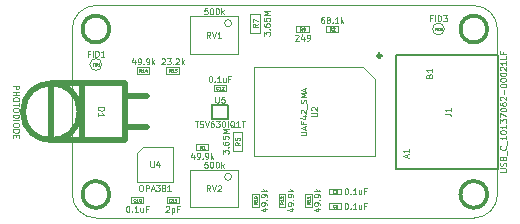
<source format=gbr>
%TF.GenerationSoftware,KiCad,Pcbnew,7.0.1*%
%TF.CreationDate,2023-03-24T10:32:53-04:00*%
%TF.ProjectId,wingbeat_detector,77696e67-6265-4617-945f-646574656374,3.0*%
%TF.SameCoordinates,Original*%
%TF.FileFunction,AssemblyDrawing,Top*%
%FSLAX46Y46*%
G04 Gerber Fmt 4.6, Leading zero omitted, Abs format (unit mm)*
G04 Created by KiCad (PCBNEW 7.0.1) date 2023-03-24 10:32:53*
%MOMM*%
%LPD*%
G01*
G04 APERTURE LIST*
%ADD10C,0.100000*%
%ADD11C,0.125000*%
%ADD12C,0.040000*%
%ADD13C,0.060000*%
%ADD14C,0.300000*%
%ADD15C,0.127000*%
%ADD16C,0.500000*%
G04 APERTURE END LIST*
D10*
X134000000Y-91000000D02*
X166000000Y-91000000D01*
X168000000Y-107000000D02*
X168000000Y-93000000D01*
X132000000Y-107000000D02*
G75*
G03*
X134000000Y-109000000I2000000J0D01*
G01*
X168000000Y-93000000D02*
G75*
G03*
X166000000Y-91000000I-2000000J0D01*
G01*
X134000000Y-109000000D02*
X166000000Y-109000000D01*
X132000000Y-93000000D02*
X132000000Y-107000000D01*
X134000000Y-91000000D02*
G75*
G03*
X132000000Y-93000000I0J-2000000D01*
G01*
X166000000Y-109000000D02*
G75*
G03*
X168000000Y-107000000I0J2000000D01*
G01*
D11*
%TO.C,J1*%
X168231309Y-105083329D02*
X168636071Y-105083329D01*
X168636071Y-105083329D02*
X168683690Y-105059519D01*
X168683690Y-105059519D02*
X168707500Y-105035710D01*
X168707500Y-105035710D02*
X168731309Y-104988091D01*
X168731309Y-104988091D02*
X168731309Y-104892853D01*
X168731309Y-104892853D02*
X168707500Y-104845234D01*
X168707500Y-104845234D02*
X168683690Y-104821424D01*
X168683690Y-104821424D02*
X168636071Y-104797615D01*
X168636071Y-104797615D02*
X168231309Y-104797615D01*
X168707500Y-104583328D02*
X168731309Y-104511900D01*
X168731309Y-104511900D02*
X168731309Y-104392852D01*
X168731309Y-104392852D02*
X168707500Y-104345233D01*
X168707500Y-104345233D02*
X168683690Y-104321424D01*
X168683690Y-104321424D02*
X168636071Y-104297614D01*
X168636071Y-104297614D02*
X168588452Y-104297614D01*
X168588452Y-104297614D02*
X168540833Y-104321424D01*
X168540833Y-104321424D02*
X168517023Y-104345233D01*
X168517023Y-104345233D02*
X168493214Y-104392852D01*
X168493214Y-104392852D02*
X168469404Y-104488090D01*
X168469404Y-104488090D02*
X168445595Y-104535709D01*
X168445595Y-104535709D02*
X168421785Y-104559519D01*
X168421785Y-104559519D02*
X168374166Y-104583328D01*
X168374166Y-104583328D02*
X168326547Y-104583328D01*
X168326547Y-104583328D02*
X168278928Y-104559519D01*
X168278928Y-104559519D02*
X168255119Y-104535709D01*
X168255119Y-104535709D02*
X168231309Y-104488090D01*
X168231309Y-104488090D02*
X168231309Y-104369043D01*
X168231309Y-104369043D02*
X168255119Y-104297614D01*
X168469404Y-103916662D02*
X168493214Y-103845234D01*
X168493214Y-103845234D02*
X168517023Y-103821424D01*
X168517023Y-103821424D02*
X168564642Y-103797615D01*
X168564642Y-103797615D02*
X168636071Y-103797615D01*
X168636071Y-103797615D02*
X168683690Y-103821424D01*
X168683690Y-103821424D02*
X168707500Y-103845234D01*
X168707500Y-103845234D02*
X168731309Y-103892853D01*
X168731309Y-103892853D02*
X168731309Y-104083329D01*
X168731309Y-104083329D02*
X168231309Y-104083329D01*
X168231309Y-104083329D02*
X168231309Y-103916662D01*
X168231309Y-103916662D02*
X168255119Y-103869043D01*
X168255119Y-103869043D02*
X168278928Y-103845234D01*
X168278928Y-103845234D02*
X168326547Y-103821424D01*
X168326547Y-103821424D02*
X168374166Y-103821424D01*
X168374166Y-103821424D02*
X168421785Y-103845234D01*
X168421785Y-103845234D02*
X168445595Y-103869043D01*
X168445595Y-103869043D02*
X168469404Y-103916662D01*
X168469404Y-103916662D02*
X168469404Y-104083329D01*
X168778928Y-103702377D02*
X168778928Y-103321424D01*
X168683690Y-102916663D02*
X168707500Y-102940472D01*
X168707500Y-102940472D02*
X168731309Y-103011901D01*
X168731309Y-103011901D02*
X168731309Y-103059520D01*
X168731309Y-103059520D02*
X168707500Y-103130948D01*
X168707500Y-103130948D02*
X168659880Y-103178567D01*
X168659880Y-103178567D02*
X168612261Y-103202377D01*
X168612261Y-103202377D02*
X168517023Y-103226186D01*
X168517023Y-103226186D02*
X168445595Y-103226186D01*
X168445595Y-103226186D02*
X168350357Y-103202377D01*
X168350357Y-103202377D02*
X168302738Y-103178567D01*
X168302738Y-103178567D02*
X168255119Y-103130948D01*
X168255119Y-103130948D02*
X168231309Y-103059520D01*
X168231309Y-103059520D02*
X168231309Y-103011901D01*
X168231309Y-103011901D02*
X168255119Y-102940472D01*
X168255119Y-102940472D02*
X168278928Y-102916663D01*
X168778928Y-102821425D02*
X168778928Y-102440472D01*
X168731309Y-102059520D02*
X168731309Y-102345234D01*
X168731309Y-102202377D02*
X168231309Y-102202377D01*
X168231309Y-102202377D02*
X168302738Y-102249996D01*
X168302738Y-102249996D02*
X168350357Y-102297615D01*
X168350357Y-102297615D02*
X168374166Y-102345234D01*
X168231309Y-101749997D02*
X168231309Y-101702378D01*
X168231309Y-101702378D02*
X168255119Y-101654759D01*
X168255119Y-101654759D02*
X168278928Y-101630949D01*
X168278928Y-101630949D02*
X168326547Y-101607140D01*
X168326547Y-101607140D02*
X168421785Y-101583330D01*
X168421785Y-101583330D02*
X168540833Y-101583330D01*
X168540833Y-101583330D02*
X168636071Y-101607140D01*
X168636071Y-101607140D02*
X168683690Y-101630949D01*
X168683690Y-101630949D02*
X168707500Y-101654759D01*
X168707500Y-101654759D02*
X168731309Y-101702378D01*
X168731309Y-101702378D02*
X168731309Y-101749997D01*
X168731309Y-101749997D02*
X168707500Y-101797616D01*
X168707500Y-101797616D02*
X168683690Y-101821425D01*
X168683690Y-101821425D02*
X168636071Y-101845235D01*
X168636071Y-101845235D02*
X168540833Y-101869044D01*
X168540833Y-101869044D02*
X168421785Y-101869044D01*
X168421785Y-101869044D02*
X168326547Y-101845235D01*
X168326547Y-101845235D02*
X168278928Y-101821425D01*
X168278928Y-101821425D02*
X168255119Y-101797616D01*
X168255119Y-101797616D02*
X168231309Y-101749997D01*
X168731309Y-101107140D02*
X168731309Y-101392854D01*
X168731309Y-101249997D02*
X168231309Y-101249997D01*
X168231309Y-101249997D02*
X168302738Y-101297616D01*
X168302738Y-101297616D02*
X168350357Y-101345235D01*
X168350357Y-101345235D02*
X168374166Y-101392854D01*
X168231309Y-100940474D02*
X168231309Y-100630950D01*
X168231309Y-100630950D02*
X168421785Y-100797617D01*
X168421785Y-100797617D02*
X168421785Y-100726188D01*
X168421785Y-100726188D02*
X168445595Y-100678569D01*
X168445595Y-100678569D02*
X168469404Y-100654760D01*
X168469404Y-100654760D02*
X168517023Y-100630950D01*
X168517023Y-100630950D02*
X168636071Y-100630950D01*
X168636071Y-100630950D02*
X168683690Y-100654760D01*
X168683690Y-100654760D02*
X168707500Y-100678569D01*
X168707500Y-100678569D02*
X168731309Y-100726188D01*
X168731309Y-100726188D02*
X168731309Y-100869045D01*
X168731309Y-100869045D02*
X168707500Y-100916664D01*
X168707500Y-100916664D02*
X168683690Y-100940474D01*
X168231309Y-100464284D02*
X168231309Y-100130951D01*
X168231309Y-100130951D02*
X168731309Y-100345236D01*
X168231309Y-99845237D02*
X168231309Y-99797618D01*
X168231309Y-99797618D02*
X168255119Y-99749999D01*
X168255119Y-99749999D02*
X168278928Y-99726189D01*
X168278928Y-99726189D02*
X168326547Y-99702380D01*
X168326547Y-99702380D02*
X168421785Y-99678570D01*
X168421785Y-99678570D02*
X168540833Y-99678570D01*
X168540833Y-99678570D02*
X168636071Y-99702380D01*
X168636071Y-99702380D02*
X168683690Y-99726189D01*
X168683690Y-99726189D02*
X168707500Y-99749999D01*
X168707500Y-99749999D02*
X168731309Y-99797618D01*
X168731309Y-99797618D02*
X168731309Y-99845237D01*
X168731309Y-99845237D02*
X168707500Y-99892856D01*
X168707500Y-99892856D02*
X168683690Y-99916665D01*
X168683690Y-99916665D02*
X168636071Y-99940475D01*
X168636071Y-99940475D02*
X168540833Y-99964284D01*
X168540833Y-99964284D02*
X168421785Y-99964284D01*
X168421785Y-99964284D02*
X168326547Y-99940475D01*
X168326547Y-99940475D02*
X168278928Y-99916665D01*
X168278928Y-99916665D02*
X168255119Y-99892856D01*
X168255119Y-99892856D02*
X168231309Y-99845237D01*
X168231309Y-99249999D02*
X168231309Y-99345237D01*
X168231309Y-99345237D02*
X168255119Y-99392856D01*
X168255119Y-99392856D02*
X168278928Y-99416666D01*
X168278928Y-99416666D02*
X168350357Y-99464285D01*
X168350357Y-99464285D02*
X168445595Y-99488094D01*
X168445595Y-99488094D02*
X168636071Y-99488094D01*
X168636071Y-99488094D02*
X168683690Y-99464285D01*
X168683690Y-99464285D02*
X168707500Y-99440475D01*
X168707500Y-99440475D02*
X168731309Y-99392856D01*
X168731309Y-99392856D02*
X168731309Y-99297618D01*
X168731309Y-99297618D02*
X168707500Y-99249999D01*
X168707500Y-99249999D02*
X168683690Y-99226190D01*
X168683690Y-99226190D02*
X168636071Y-99202380D01*
X168636071Y-99202380D02*
X168517023Y-99202380D01*
X168517023Y-99202380D02*
X168469404Y-99226190D01*
X168469404Y-99226190D02*
X168445595Y-99249999D01*
X168445595Y-99249999D02*
X168421785Y-99297618D01*
X168421785Y-99297618D02*
X168421785Y-99392856D01*
X168421785Y-99392856D02*
X168445595Y-99440475D01*
X168445595Y-99440475D02*
X168469404Y-99464285D01*
X168469404Y-99464285D02*
X168517023Y-99488094D01*
X168278928Y-99011904D02*
X168255119Y-98988095D01*
X168255119Y-98988095D02*
X168231309Y-98940476D01*
X168231309Y-98940476D02*
X168231309Y-98821428D01*
X168231309Y-98821428D02*
X168255119Y-98773809D01*
X168255119Y-98773809D02*
X168278928Y-98750000D01*
X168278928Y-98750000D02*
X168326547Y-98726190D01*
X168326547Y-98726190D02*
X168374166Y-98726190D01*
X168374166Y-98726190D02*
X168445595Y-98750000D01*
X168445595Y-98750000D02*
X168731309Y-99035714D01*
X168731309Y-99035714D02*
X168731309Y-98726190D01*
X168540833Y-98511905D02*
X168540833Y-98130953D01*
X168231309Y-97797619D02*
X168231309Y-97750000D01*
X168231309Y-97750000D02*
X168255119Y-97702381D01*
X168255119Y-97702381D02*
X168278928Y-97678571D01*
X168278928Y-97678571D02*
X168326547Y-97654762D01*
X168326547Y-97654762D02*
X168421785Y-97630952D01*
X168421785Y-97630952D02*
X168540833Y-97630952D01*
X168540833Y-97630952D02*
X168636071Y-97654762D01*
X168636071Y-97654762D02*
X168683690Y-97678571D01*
X168683690Y-97678571D02*
X168707500Y-97702381D01*
X168707500Y-97702381D02*
X168731309Y-97750000D01*
X168731309Y-97750000D02*
X168731309Y-97797619D01*
X168731309Y-97797619D02*
X168707500Y-97845238D01*
X168707500Y-97845238D02*
X168683690Y-97869047D01*
X168683690Y-97869047D02*
X168636071Y-97892857D01*
X168636071Y-97892857D02*
X168540833Y-97916666D01*
X168540833Y-97916666D02*
X168421785Y-97916666D01*
X168421785Y-97916666D02*
X168326547Y-97892857D01*
X168326547Y-97892857D02*
X168278928Y-97869047D01*
X168278928Y-97869047D02*
X168255119Y-97845238D01*
X168255119Y-97845238D02*
X168231309Y-97797619D01*
X168231309Y-97321429D02*
X168231309Y-97273810D01*
X168231309Y-97273810D02*
X168255119Y-97226191D01*
X168255119Y-97226191D02*
X168278928Y-97202381D01*
X168278928Y-97202381D02*
X168326547Y-97178572D01*
X168326547Y-97178572D02*
X168421785Y-97154762D01*
X168421785Y-97154762D02*
X168540833Y-97154762D01*
X168540833Y-97154762D02*
X168636071Y-97178572D01*
X168636071Y-97178572D02*
X168683690Y-97202381D01*
X168683690Y-97202381D02*
X168707500Y-97226191D01*
X168707500Y-97226191D02*
X168731309Y-97273810D01*
X168731309Y-97273810D02*
X168731309Y-97321429D01*
X168731309Y-97321429D02*
X168707500Y-97369048D01*
X168707500Y-97369048D02*
X168683690Y-97392857D01*
X168683690Y-97392857D02*
X168636071Y-97416667D01*
X168636071Y-97416667D02*
X168540833Y-97440476D01*
X168540833Y-97440476D02*
X168421785Y-97440476D01*
X168421785Y-97440476D02*
X168326547Y-97416667D01*
X168326547Y-97416667D02*
X168278928Y-97392857D01*
X168278928Y-97392857D02*
X168255119Y-97369048D01*
X168255119Y-97369048D02*
X168231309Y-97321429D01*
X168231309Y-96845239D02*
X168231309Y-96797620D01*
X168231309Y-96797620D02*
X168255119Y-96750001D01*
X168255119Y-96750001D02*
X168278928Y-96726191D01*
X168278928Y-96726191D02*
X168326547Y-96702382D01*
X168326547Y-96702382D02*
X168421785Y-96678572D01*
X168421785Y-96678572D02*
X168540833Y-96678572D01*
X168540833Y-96678572D02*
X168636071Y-96702382D01*
X168636071Y-96702382D02*
X168683690Y-96726191D01*
X168683690Y-96726191D02*
X168707500Y-96750001D01*
X168707500Y-96750001D02*
X168731309Y-96797620D01*
X168731309Y-96797620D02*
X168731309Y-96845239D01*
X168731309Y-96845239D02*
X168707500Y-96892858D01*
X168707500Y-96892858D02*
X168683690Y-96916667D01*
X168683690Y-96916667D02*
X168636071Y-96940477D01*
X168636071Y-96940477D02*
X168540833Y-96964286D01*
X168540833Y-96964286D02*
X168421785Y-96964286D01*
X168421785Y-96964286D02*
X168326547Y-96940477D01*
X168326547Y-96940477D02*
X168278928Y-96916667D01*
X168278928Y-96916667D02*
X168255119Y-96892858D01*
X168255119Y-96892858D02*
X168231309Y-96845239D01*
X168278928Y-96488096D02*
X168255119Y-96464287D01*
X168255119Y-96464287D02*
X168231309Y-96416668D01*
X168231309Y-96416668D02*
X168231309Y-96297620D01*
X168231309Y-96297620D02*
X168255119Y-96250001D01*
X168255119Y-96250001D02*
X168278928Y-96226192D01*
X168278928Y-96226192D02*
X168326547Y-96202382D01*
X168326547Y-96202382D02*
X168374166Y-96202382D01*
X168374166Y-96202382D02*
X168445595Y-96226192D01*
X168445595Y-96226192D02*
X168731309Y-96511906D01*
X168731309Y-96511906D02*
X168731309Y-96202382D01*
X168731309Y-95726192D02*
X168731309Y-96011906D01*
X168731309Y-95869049D02*
X168231309Y-95869049D01*
X168231309Y-95869049D02*
X168302738Y-95916668D01*
X168302738Y-95916668D02*
X168350357Y-95964287D01*
X168350357Y-95964287D02*
X168374166Y-96011906D01*
X168731309Y-95273812D02*
X168731309Y-95511907D01*
X168731309Y-95511907D02*
X168231309Y-95511907D01*
X168469404Y-94940478D02*
X168469404Y-95107145D01*
X168731309Y-95107145D02*
X168231309Y-95107145D01*
X168231309Y-95107145D02*
X168231309Y-94869050D01*
X160338452Y-103857141D02*
X160338452Y-103619046D01*
X160481309Y-103904760D02*
X159981309Y-103738094D01*
X159981309Y-103738094D02*
X160481309Y-103571427D01*
X160481309Y-103142856D02*
X160481309Y-103428570D01*
X160481309Y-103285713D02*
X159981309Y-103285713D01*
X159981309Y-103285713D02*
X160052738Y-103333332D01*
X160052738Y-103333332D02*
X160100357Y-103380951D01*
X160100357Y-103380951D02*
X160124166Y-103428570D01*
X163531309Y-100166666D02*
X163888452Y-100166666D01*
X163888452Y-100166666D02*
X163959880Y-100190475D01*
X163959880Y-100190475D02*
X164007500Y-100238094D01*
X164007500Y-100238094D02*
X164031309Y-100309523D01*
X164031309Y-100309523D02*
X164031309Y-100357142D01*
X164031309Y-99666666D02*
X164031309Y-99952380D01*
X164031309Y-99809523D02*
X163531309Y-99809523D01*
X163531309Y-99809523D02*
X163602738Y-99857142D01*
X163602738Y-99857142D02*
X163650357Y-99904761D01*
X163650357Y-99904761D02*
X163674166Y-99952380D01*
X162219404Y-96952380D02*
X162243214Y-96880952D01*
X162243214Y-96880952D02*
X162267023Y-96857142D01*
X162267023Y-96857142D02*
X162314642Y-96833333D01*
X162314642Y-96833333D02*
X162386071Y-96833333D01*
X162386071Y-96833333D02*
X162433690Y-96857142D01*
X162433690Y-96857142D02*
X162457500Y-96880952D01*
X162457500Y-96880952D02*
X162481309Y-96928571D01*
X162481309Y-96928571D02*
X162481309Y-97119047D01*
X162481309Y-97119047D02*
X161981309Y-97119047D01*
X161981309Y-97119047D02*
X161981309Y-96952380D01*
X161981309Y-96952380D02*
X162005119Y-96904761D01*
X162005119Y-96904761D02*
X162028928Y-96880952D01*
X162028928Y-96880952D02*
X162076547Y-96857142D01*
X162076547Y-96857142D02*
X162124166Y-96857142D01*
X162124166Y-96857142D02*
X162171785Y-96880952D01*
X162171785Y-96880952D02*
X162195595Y-96904761D01*
X162195595Y-96904761D02*
X162219404Y-96952380D01*
X162219404Y-96952380D02*
X162219404Y-97119047D01*
X162481309Y-96357142D02*
X162481309Y-96642856D01*
X162481309Y-96499999D02*
X161981309Y-96499999D01*
X161981309Y-96499999D02*
X162052738Y-96547618D01*
X162052738Y-96547618D02*
X162100357Y-96595237D01*
X162100357Y-96595237D02*
X162124166Y-96642856D01*
%TO.C,R14*%
X137297620Y-95647976D02*
X137297620Y-95981309D01*
X137178572Y-95457500D02*
X137059525Y-95814642D01*
X137059525Y-95814642D02*
X137369048Y-95814642D01*
X137583334Y-95981309D02*
X137678572Y-95981309D01*
X137678572Y-95981309D02*
X137726191Y-95957500D01*
X137726191Y-95957500D02*
X137750000Y-95933690D01*
X137750000Y-95933690D02*
X137797619Y-95862261D01*
X137797619Y-95862261D02*
X137821429Y-95767023D01*
X137821429Y-95767023D02*
X137821429Y-95576547D01*
X137821429Y-95576547D02*
X137797619Y-95528928D01*
X137797619Y-95528928D02*
X137773810Y-95505119D01*
X137773810Y-95505119D02*
X137726191Y-95481309D01*
X137726191Y-95481309D02*
X137630953Y-95481309D01*
X137630953Y-95481309D02*
X137583334Y-95505119D01*
X137583334Y-95505119D02*
X137559524Y-95528928D01*
X137559524Y-95528928D02*
X137535715Y-95576547D01*
X137535715Y-95576547D02*
X137535715Y-95695595D01*
X137535715Y-95695595D02*
X137559524Y-95743214D01*
X137559524Y-95743214D02*
X137583334Y-95767023D01*
X137583334Y-95767023D02*
X137630953Y-95790833D01*
X137630953Y-95790833D02*
X137726191Y-95790833D01*
X137726191Y-95790833D02*
X137773810Y-95767023D01*
X137773810Y-95767023D02*
X137797619Y-95743214D01*
X137797619Y-95743214D02*
X137821429Y-95695595D01*
X138035714Y-95933690D02*
X138059524Y-95957500D01*
X138059524Y-95957500D02*
X138035714Y-95981309D01*
X138035714Y-95981309D02*
X138011905Y-95957500D01*
X138011905Y-95957500D02*
X138035714Y-95933690D01*
X138035714Y-95933690D02*
X138035714Y-95981309D01*
X138297619Y-95981309D02*
X138392857Y-95981309D01*
X138392857Y-95981309D02*
X138440476Y-95957500D01*
X138440476Y-95957500D02*
X138464285Y-95933690D01*
X138464285Y-95933690D02*
X138511904Y-95862261D01*
X138511904Y-95862261D02*
X138535714Y-95767023D01*
X138535714Y-95767023D02*
X138535714Y-95576547D01*
X138535714Y-95576547D02*
X138511904Y-95528928D01*
X138511904Y-95528928D02*
X138488095Y-95505119D01*
X138488095Y-95505119D02*
X138440476Y-95481309D01*
X138440476Y-95481309D02*
X138345238Y-95481309D01*
X138345238Y-95481309D02*
X138297619Y-95505119D01*
X138297619Y-95505119D02*
X138273809Y-95528928D01*
X138273809Y-95528928D02*
X138250000Y-95576547D01*
X138250000Y-95576547D02*
X138250000Y-95695595D01*
X138250000Y-95695595D02*
X138273809Y-95743214D01*
X138273809Y-95743214D02*
X138297619Y-95767023D01*
X138297619Y-95767023D02*
X138345238Y-95790833D01*
X138345238Y-95790833D02*
X138440476Y-95790833D01*
X138440476Y-95790833D02*
X138488095Y-95767023D01*
X138488095Y-95767023D02*
X138511904Y-95743214D01*
X138511904Y-95743214D02*
X138535714Y-95695595D01*
X138749999Y-95981309D02*
X138749999Y-95481309D01*
X138797618Y-95790833D02*
X138940475Y-95981309D01*
X138940475Y-95647976D02*
X138749999Y-95838452D01*
D12*
X137832857Y-96620280D02*
X137746190Y-96496471D01*
X137684285Y-96620280D02*
X137684285Y-96360280D01*
X137684285Y-96360280D02*
X137783333Y-96360280D01*
X137783333Y-96360280D02*
X137808095Y-96372661D01*
X137808095Y-96372661D02*
X137820476Y-96385042D01*
X137820476Y-96385042D02*
X137832857Y-96409804D01*
X137832857Y-96409804D02*
X137832857Y-96446947D01*
X137832857Y-96446947D02*
X137820476Y-96471709D01*
X137820476Y-96471709D02*
X137808095Y-96484090D01*
X137808095Y-96484090D02*
X137783333Y-96496471D01*
X137783333Y-96496471D02*
X137684285Y-96496471D01*
X138080476Y-96620280D02*
X137931904Y-96620280D01*
X138006190Y-96620280D02*
X138006190Y-96360280D01*
X138006190Y-96360280D02*
X137981428Y-96397423D01*
X137981428Y-96397423D02*
X137956666Y-96422185D01*
X137956666Y-96422185D02*
X137931904Y-96434566D01*
X138303333Y-96446947D02*
X138303333Y-96620280D01*
X138241428Y-96347900D02*
X138179523Y-96533614D01*
X138179523Y-96533614D02*
X138340476Y-96533614D01*
D11*
%TO.C,U4*%
X137773810Y-106206309D02*
X137869048Y-106206309D01*
X137869048Y-106206309D02*
X137916667Y-106230119D01*
X137916667Y-106230119D02*
X137964286Y-106277738D01*
X137964286Y-106277738D02*
X137988096Y-106372976D01*
X137988096Y-106372976D02*
X137988096Y-106539642D01*
X137988096Y-106539642D02*
X137964286Y-106634880D01*
X137964286Y-106634880D02*
X137916667Y-106682500D01*
X137916667Y-106682500D02*
X137869048Y-106706309D01*
X137869048Y-106706309D02*
X137773810Y-106706309D01*
X137773810Y-106706309D02*
X137726191Y-106682500D01*
X137726191Y-106682500D02*
X137678572Y-106634880D01*
X137678572Y-106634880D02*
X137654763Y-106539642D01*
X137654763Y-106539642D02*
X137654763Y-106372976D01*
X137654763Y-106372976D02*
X137678572Y-106277738D01*
X137678572Y-106277738D02*
X137726191Y-106230119D01*
X137726191Y-106230119D02*
X137773810Y-106206309D01*
X138202382Y-106706309D02*
X138202382Y-106206309D01*
X138202382Y-106206309D02*
X138392858Y-106206309D01*
X138392858Y-106206309D02*
X138440477Y-106230119D01*
X138440477Y-106230119D02*
X138464287Y-106253928D01*
X138464287Y-106253928D02*
X138488096Y-106301547D01*
X138488096Y-106301547D02*
X138488096Y-106372976D01*
X138488096Y-106372976D02*
X138464287Y-106420595D01*
X138464287Y-106420595D02*
X138440477Y-106444404D01*
X138440477Y-106444404D02*
X138392858Y-106468214D01*
X138392858Y-106468214D02*
X138202382Y-106468214D01*
X138678573Y-106563452D02*
X138916668Y-106563452D01*
X138630954Y-106706309D02*
X138797620Y-106206309D01*
X138797620Y-106206309D02*
X138964287Y-106706309D01*
X139083334Y-106206309D02*
X139392858Y-106206309D01*
X139392858Y-106206309D02*
X139226191Y-106396785D01*
X139226191Y-106396785D02*
X139297620Y-106396785D01*
X139297620Y-106396785D02*
X139345239Y-106420595D01*
X139345239Y-106420595D02*
X139369048Y-106444404D01*
X139369048Y-106444404D02*
X139392858Y-106492023D01*
X139392858Y-106492023D02*
X139392858Y-106611071D01*
X139392858Y-106611071D02*
X139369048Y-106658690D01*
X139369048Y-106658690D02*
X139345239Y-106682500D01*
X139345239Y-106682500D02*
X139297620Y-106706309D01*
X139297620Y-106706309D02*
X139154763Y-106706309D01*
X139154763Y-106706309D02*
X139107144Y-106682500D01*
X139107144Y-106682500D02*
X139083334Y-106658690D01*
X139678572Y-106420595D02*
X139630953Y-106396785D01*
X139630953Y-106396785D02*
X139607143Y-106372976D01*
X139607143Y-106372976D02*
X139583334Y-106325357D01*
X139583334Y-106325357D02*
X139583334Y-106301547D01*
X139583334Y-106301547D02*
X139607143Y-106253928D01*
X139607143Y-106253928D02*
X139630953Y-106230119D01*
X139630953Y-106230119D02*
X139678572Y-106206309D01*
X139678572Y-106206309D02*
X139773810Y-106206309D01*
X139773810Y-106206309D02*
X139821429Y-106230119D01*
X139821429Y-106230119D02*
X139845238Y-106253928D01*
X139845238Y-106253928D02*
X139869048Y-106301547D01*
X139869048Y-106301547D02*
X139869048Y-106325357D01*
X139869048Y-106325357D02*
X139845238Y-106372976D01*
X139845238Y-106372976D02*
X139821429Y-106396785D01*
X139821429Y-106396785D02*
X139773810Y-106420595D01*
X139773810Y-106420595D02*
X139678572Y-106420595D01*
X139678572Y-106420595D02*
X139630953Y-106444404D01*
X139630953Y-106444404D02*
X139607143Y-106468214D01*
X139607143Y-106468214D02*
X139583334Y-106515833D01*
X139583334Y-106515833D02*
X139583334Y-106611071D01*
X139583334Y-106611071D02*
X139607143Y-106658690D01*
X139607143Y-106658690D02*
X139630953Y-106682500D01*
X139630953Y-106682500D02*
X139678572Y-106706309D01*
X139678572Y-106706309D02*
X139773810Y-106706309D01*
X139773810Y-106706309D02*
X139821429Y-106682500D01*
X139821429Y-106682500D02*
X139845238Y-106658690D01*
X139845238Y-106658690D02*
X139869048Y-106611071D01*
X139869048Y-106611071D02*
X139869048Y-106515833D01*
X139869048Y-106515833D02*
X139845238Y-106468214D01*
X139845238Y-106468214D02*
X139821429Y-106444404D01*
X139821429Y-106444404D02*
X139773810Y-106420595D01*
X140345238Y-106706309D02*
X140059524Y-106706309D01*
X140202381Y-106706309D02*
X140202381Y-106206309D01*
X140202381Y-106206309D02*
X140154762Y-106277738D01*
X140154762Y-106277738D02*
X140107143Y-106325357D01*
X140107143Y-106325357D02*
X140059524Y-106349166D01*
X138619047Y-104206309D02*
X138619047Y-104611071D01*
X138619047Y-104611071D02*
X138642857Y-104658690D01*
X138642857Y-104658690D02*
X138666666Y-104682500D01*
X138666666Y-104682500D02*
X138714285Y-104706309D01*
X138714285Y-104706309D02*
X138809523Y-104706309D01*
X138809523Y-104706309D02*
X138857142Y-104682500D01*
X138857142Y-104682500D02*
X138880952Y-104658690D01*
X138880952Y-104658690D02*
X138904761Y-104611071D01*
X138904761Y-104611071D02*
X138904761Y-104206309D01*
X139357143Y-104372976D02*
X139357143Y-104706309D01*
X139238095Y-104182500D02*
X139119048Y-104539642D01*
X139119048Y-104539642D02*
X139428571Y-104539642D01*
%TO.C,R9*%
X150880953Y-93528928D02*
X150904762Y-93505119D01*
X150904762Y-93505119D02*
X150952381Y-93481309D01*
X150952381Y-93481309D02*
X151071429Y-93481309D01*
X151071429Y-93481309D02*
X151119048Y-93505119D01*
X151119048Y-93505119D02*
X151142857Y-93528928D01*
X151142857Y-93528928D02*
X151166667Y-93576547D01*
X151166667Y-93576547D02*
X151166667Y-93624166D01*
X151166667Y-93624166D02*
X151142857Y-93695595D01*
X151142857Y-93695595D02*
X150857143Y-93981309D01*
X150857143Y-93981309D02*
X151166667Y-93981309D01*
X151595238Y-93647976D02*
X151595238Y-93981309D01*
X151476190Y-93457500D02*
X151357143Y-93814642D01*
X151357143Y-93814642D02*
X151666666Y-93814642D01*
X151880952Y-93981309D02*
X151976190Y-93981309D01*
X151976190Y-93981309D02*
X152023809Y-93957500D01*
X152023809Y-93957500D02*
X152047618Y-93933690D01*
X152047618Y-93933690D02*
X152095237Y-93862261D01*
X152095237Y-93862261D02*
X152119047Y-93767023D01*
X152119047Y-93767023D02*
X152119047Y-93576547D01*
X152119047Y-93576547D02*
X152095237Y-93528928D01*
X152095237Y-93528928D02*
X152071428Y-93505119D01*
X152071428Y-93505119D02*
X152023809Y-93481309D01*
X152023809Y-93481309D02*
X151928571Y-93481309D01*
X151928571Y-93481309D02*
X151880952Y-93505119D01*
X151880952Y-93505119D02*
X151857142Y-93528928D01*
X151857142Y-93528928D02*
X151833333Y-93576547D01*
X151833333Y-93576547D02*
X151833333Y-93695595D01*
X151833333Y-93695595D02*
X151857142Y-93743214D01*
X151857142Y-93743214D02*
X151880952Y-93767023D01*
X151880952Y-93767023D02*
X151928571Y-93790833D01*
X151928571Y-93790833D02*
X152023809Y-93790833D01*
X152023809Y-93790833D02*
X152071428Y-93767023D01*
X152071428Y-93767023D02*
X152095237Y-93743214D01*
X152095237Y-93743214D02*
X152119047Y-93695595D01*
D12*
X151456667Y-93120280D02*
X151370000Y-92996471D01*
X151308095Y-93120280D02*
X151308095Y-92860280D01*
X151308095Y-92860280D02*
X151407143Y-92860280D01*
X151407143Y-92860280D02*
X151431905Y-92872661D01*
X151431905Y-92872661D02*
X151444286Y-92885042D01*
X151444286Y-92885042D02*
X151456667Y-92909804D01*
X151456667Y-92909804D02*
X151456667Y-92946947D01*
X151456667Y-92946947D02*
X151444286Y-92971709D01*
X151444286Y-92971709D02*
X151431905Y-92984090D01*
X151431905Y-92984090D02*
X151407143Y-92996471D01*
X151407143Y-92996471D02*
X151308095Y-92996471D01*
X151580476Y-93120280D02*
X151630000Y-93120280D01*
X151630000Y-93120280D02*
X151654762Y-93107900D01*
X151654762Y-93107900D02*
X151667143Y-93095519D01*
X151667143Y-93095519D02*
X151691905Y-93058376D01*
X151691905Y-93058376D02*
X151704286Y-93008852D01*
X151704286Y-93008852D02*
X151704286Y-92909804D01*
X151704286Y-92909804D02*
X151691905Y-92885042D01*
X151691905Y-92885042D02*
X151679524Y-92872661D01*
X151679524Y-92872661D02*
X151654762Y-92860280D01*
X151654762Y-92860280D02*
X151605238Y-92860280D01*
X151605238Y-92860280D02*
X151580476Y-92872661D01*
X151580476Y-92872661D02*
X151568095Y-92885042D01*
X151568095Y-92885042D02*
X151555714Y-92909804D01*
X151555714Y-92909804D02*
X151555714Y-92971709D01*
X151555714Y-92971709D02*
X151568095Y-92996471D01*
X151568095Y-92996471D02*
X151580476Y-93008852D01*
X151580476Y-93008852D02*
X151605238Y-93021233D01*
X151605238Y-93021233D02*
X151654762Y-93021233D01*
X151654762Y-93021233D02*
X151679524Y-93008852D01*
X151679524Y-93008852D02*
X151691905Y-92996471D01*
X151691905Y-92996471D02*
X151704286Y-92971709D01*
D11*
%TO.C,FID1*%
X133464286Y-95069404D02*
X133297619Y-95069404D01*
X133297619Y-95331309D02*
X133297619Y-94831309D01*
X133297619Y-94831309D02*
X133535714Y-94831309D01*
X133726190Y-95331309D02*
X133726190Y-94831309D01*
X133964285Y-95331309D02*
X133964285Y-94831309D01*
X133964285Y-94831309D02*
X134083333Y-94831309D01*
X134083333Y-94831309D02*
X134154761Y-94855119D01*
X134154761Y-94855119D02*
X134202380Y-94902738D01*
X134202380Y-94902738D02*
X134226190Y-94950357D01*
X134226190Y-94950357D02*
X134249999Y-95045595D01*
X134249999Y-95045595D02*
X134249999Y-95117023D01*
X134249999Y-95117023D02*
X134226190Y-95212261D01*
X134226190Y-95212261D02*
X134202380Y-95259880D01*
X134202380Y-95259880D02*
X134154761Y-95307500D01*
X134154761Y-95307500D02*
X134083333Y-95331309D01*
X134083333Y-95331309D02*
X133964285Y-95331309D01*
X134726190Y-95331309D02*
X134440476Y-95331309D01*
X134583333Y-95331309D02*
X134583333Y-94831309D01*
X134583333Y-94831309D02*
X134535714Y-94902738D01*
X134535714Y-94902738D02*
X134488095Y-94950357D01*
X134488095Y-94950357D02*
X134440476Y-94974166D01*
D12*
X133785714Y-95987761D02*
X133719048Y-95987761D01*
X133719048Y-96092523D02*
X133719048Y-95892523D01*
X133719048Y-95892523D02*
X133814286Y-95892523D01*
X133890477Y-96092523D02*
X133890477Y-95892523D01*
X133985715Y-96092523D02*
X133985715Y-95892523D01*
X133985715Y-95892523D02*
X134033334Y-95892523D01*
X134033334Y-95892523D02*
X134061905Y-95902047D01*
X134061905Y-95902047D02*
X134080953Y-95921095D01*
X134080953Y-95921095D02*
X134090476Y-95940142D01*
X134090476Y-95940142D02*
X134100000Y-95978238D01*
X134100000Y-95978238D02*
X134100000Y-96006809D01*
X134100000Y-96006809D02*
X134090476Y-96044904D01*
X134090476Y-96044904D02*
X134080953Y-96063952D01*
X134080953Y-96063952D02*
X134061905Y-96083000D01*
X134061905Y-96083000D02*
X134033334Y-96092523D01*
X134033334Y-96092523D02*
X133985715Y-96092523D01*
X134290476Y-96092523D02*
X134176191Y-96092523D01*
X134233334Y-96092523D02*
X134233334Y-95892523D01*
X134233334Y-95892523D02*
X134214286Y-95921095D01*
X134214286Y-95921095D02*
X134195238Y-95940142D01*
X134195238Y-95940142D02*
X134176191Y-95949666D01*
D11*
%TO.C,U2*%
X151331309Y-101976189D02*
X151736071Y-101976189D01*
X151736071Y-101976189D02*
X151783690Y-101952379D01*
X151783690Y-101952379D02*
X151807500Y-101928570D01*
X151807500Y-101928570D02*
X151831309Y-101880951D01*
X151831309Y-101880951D02*
X151831309Y-101785713D01*
X151831309Y-101785713D02*
X151807500Y-101738094D01*
X151807500Y-101738094D02*
X151783690Y-101714284D01*
X151783690Y-101714284D02*
X151736071Y-101690475D01*
X151736071Y-101690475D02*
X151331309Y-101690475D01*
X151688452Y-101476188D02*
X151688452Y-101238093D01*
X151831309Y-101523807D02*
X151331309Y-101357141D01*
X151331309Y-101357141D02*
X151831309Y-101190474D01*
X151569404Y-100857141D02*
X151569404Y-101023808D01*
X151831309Y-101023808D02*
X151331309Y-101023808D01*
X151331309Y-101023808D02*
X151331309Y-100785713D01*
X151497976Y-100380951D02*
X151831309Y-100380951D01*
X151307500Y-100499999D02*
X151664642Y-100619046D01*
X151664642Y-100619046D02*
X151664642Y-100309523D01*
X151378928Y-100142856D02*
X151355119Y-100119047D01*
X151355119Y-100119047D02*
X151331309Y-100071428D01*
X151331309Y-100071428D02*
X151331309Y-99952380D01*
X151331309Y-99952380D02*
X151355119Y-99904761D01*
X151355119Y-99904761D02*
X151378928Y-99880952D01*
X151378928Y-99880952D02*
X151426547Y-99857142D01*
X151426547Y-99857142D02*
X151474166Y-99857142D01*
X151474166Y-99857142D02*
X151545595Y-99880952D01*
X151545595Y-99880952D02*
X151831309Y-100166666D01*
X151831309Y-100166666D02*
X151831309Y-99857142D01*
X151878928Y-99761905D02*
X151878928Y-99380952D01*
X151807500Y-99285714D02*
X151831309Y-99214286D01*
X151831309Y-99214286D02*
X151831309Y-99095238D01*
X151831309Y-99095238D02*
X151807500Y-99047619D01*
X151807500Y-99047619D02*
X151783690Y-99023810D01*
X151783690Y-99023810D02*
X151736071Y-99000000D01*
X151736071Y-99000000D02*
X151688452Y-99000000D01*
X151688452Y-99000000D02*
X151640833Y-99023810D01*
X151640833Y-99023810D02*
X151617023Y-99047619D01*
X151617023Y-99047619D02*
X151593214Y-99095238D01*
X151593214Y-99095238D02*
X151569404Y-99190476D01*
X151569404Y-99190476D02*
X151545595Y-99238095D01*
X151545595Y-99238095D02*
X151521785Y-99261905D01*
X151521785Y-99261905D02*
X151474166Y-99285714D01*
X151474166Y-99285714D02*
X151426547Y-99285714D01*
X151426547Y-99285714D02*
X151378928Y-99261905D01*
X151378928Y-99261905D02*
X151355119Y-99238095D01*
X151355119Y-99238095D02*
X151331309Y-99190476D01*
X151331309Y-99190476D02*
X151331309Y-99071429D01*
X151331309Y-99071429D02*
X151355119Y-99000000D01*
X151831309Y-98785715D02*
X151331309Y-98785715D01*
X151331309Y-98785715D02*
X151688452Y-98619048D01*
X151688452Y-98619048D02*
X151331309Y-98452382D01*
X151331309Y-98452382D02*
X151831309Y-98452382D01*
X151688452Y-98238095D02*
X151688452Y-98000000D01*
X151831309Y-98285714D02*
X151331309Y-98119048D01*
X151331309Y-98119048D02*
X151831309Y-97952381D01*
X152231309Y-100380952D02*
X152636071Y-100380952D01*
X152636071Y-100380952D02*
X152683690Y-100357142D01*
X152683690Y-100357142D02*
X152707500Y-100333333D01*
X152707500Y-100333333D02*
X152731309Y-100285714D01*
X152731309Y-100285714D02*
X152731309Y-100190476D01*
X152731309Y-100190476D02*
X152707500Y-100142857D01*
X152707500Y-100142857D02*
X152683690Y-100119047D01*
X152683690Y-100119047D02*
X152636071Y-100095238D01*
X152636071Y-100095238D02*
X152231309Y-100095238D01*
X152278928Y-99880951D02*
X152255119Y-99857142D01*
X152255119Y-99857142D02*
X152231309Y-99809523D01*
X152231309Y-99809523D02*
X152231309Y-99690475D01*
X152231309Y-99690475D02*
X152255119Y-99642856D01*
X152255119Y-99642856D02*
X152278928Y-99619047D01*
X152278928Y-99619047D02*
X152326547Y-99595237D01*
X152326547Y-99595237D02*
X152374166Y-99595237D01*
X152374166Y-99595237D02*
X152445595Y-99619047D01*
X152445595Y-99619047D02*
X152731309Y-99904761D01*
X152731309Y-99904761D02*
X152731309Y-99595237D01*
%TO.C,R12*%
X150397976Y-108202379D02*
X150731309Y-108202379D01*
X150207500Y-108321427D02*
X150564642Y-108440474D01*
X150564642Y-108440474D02*
X150564642Y-108130951D01*
X150731309Y-107916665D02*
X150731309Y-107821427D01*
X150731309Y-107821427D02*
X150707500Y-107773808D01*
X150707500Y-107773808D02*
X150683690Y-107749999D01*
X150683690Y-107749999D02*
X150612261Y-107702380D01*
X150612261Y-107702380D02*
X150517023Y-107678570D01*
X150517023Y-107678570D02*
X150326547Y-107678570D01*
X150326547Y-107678570D02*
X150278928Y-107702380D01*
X150278928Y-107702380D02*
X150255119Y-107726189D01*
X150255119Y-107726189D02*
X150231309Y-107773808D01*
X150231309Y-107773808D02*
X150231309Y-107869046D01*
X150231309Y-107869046D02*
X150255119Y-107916665D01*
X150255119Y-107916665D02*
X150278928Y-107940475D01*
X150278928Y-107940475D02*
X150326547Y-107964284D01*
X150326547Y-107964284D02*
X150445595Y-107964284D01*
X150445595Y-107964284D02*
X150493214Y-107940475D01*
X150493214Y-107940475D02*
X150517023Y-107916665D01*
X150517023Y-107916665D02*
X150540833Y-107869046D01*
X150540833Y-107869046D02*
X150540833Y-107773808D01*
X150540833Y-107773808D02*
X150517023Y-107726189D01*
X150517023Y-107726189D02*
X150493214Y-107702380D01*
X150493214Y-107702380D02*
X150445595Y-107678570D01*
X150683690Y-107464285D02*
X150707500Y-107440475D01*
X150707500Y-107440475D02*
X150731309Y-107464285D01*
X150731309Y-107464285D02*
X150707500Y-107488094D01*
X150707500Y-107488094D02*
X150683690Y-107464285D01*
X150683690Y-107464285D02*
X150731309Y-107464285D01*
X150731309Y-107202380D02*
X150731309Y-107107142D01*
X150731309Y-107107142D02*
X150707500Y-107059523D01*
X150707500Y-107059523D02*
X150683690Y-107035714D01*
X150683690Y-107035714D02*
X150612261Y-106988095D01*
X150612261Y-106988095D02*
X150517023Y-106964285D01*
X150517023Y-106964285D02*
X150326547Y-106964285D01*
X150326547Y-106964285D02*
X150278928Y-106988095D01*
X150278928Y-106988095D02*
X150255119Y-107011904D01*
X150255119Y-107011904D02*
X150231309Y-107059523D01*
X150231309Y-107059523D02*
X150231309Y-107154761D01*
X150231309Y-107154761D02*
X150255119Y-107202380D01*
X150255119Y-107202380D02*
X150278928Y-107226190D01*
X150278928Y-107226190D02*
X150326547Y-107249999D01*
X150326547Y-107249999D02*
X150445595Y-107249999D01*
X150445595Y-107249999D02*
X150493214Y-107226190D01*
X150493214Y-107226190D02*
X150517023Y-107202380D01*
X150517023Y-107202380D02*
X150540833Y-107154761D01*
X150540833Y-107154761D02*
X150540833Y-107059523D01*
X150540833Y-107059523D02*
X150517023Y-107011904D01*
X150517023Y-107011904D02*
X150493214Y-106988095D01*
X150493214Y-106988095D02*
X150445595Y-106964285D01*
X150731309Y-106750000D02*
X150231309Y-106750000D01*
X150540833Y-106702381D02*
X150731309Y-106559524D01*
X150397976Y-106559524D02*
X150588452Y-106750000D01*
D12*
X149870280Y-107667142D02*
X149746471Y-107753809D01*
X149870280Y-107815714D02*
X149610280Y-107815714D01*
X149610280Y-107815714D02*
X149610280Y-107716666D01*
X149610280Y-107716666D02*
X149622661Y-107691904D01*
X149622661Y-107691904D02*
X149635042Y-107679523D01*
X149635042Y-107679523D02*
X149659804Y-107667142D01*
X149659804Y-107667142D02*
X149696947Y-107667142D01*
X149696947Y-107667142D02*
X149721709Y-107679523D01*
X149721709Y-107679523D02*
X149734090Y-107691904D01*
X149734090Y-107691904D02*
X149746471Y-107716666D01*
X149746471Y-107716666D02*
X149746471Y-107815714D01*
X149870280Y-107419523D02*
X149870280Y-107568095D01*
X149870280Y-107493809D02*
X149610280Y-107493809D01*
X149610280Y-107493809D02*
X149647423Y-107518571D01*
X149647423Y-107518571D02*
X149672185Y-107543333D01*
X149672185Y-107543333D02*
X149684566Y-107568095D01*
X149635042Y-107320476D02*
X149622661Y-107308095D01*
X149622661Y-107308095D02*
X149610280Y-107283333D01*
X149610280Y-107283333D02*
X149610280Y-107221428D01*
X149610280Y-107221428D02*
X149622661Y-107196666D01*
X149622661Y-107196666D02*
X149635042Y-107184285D01*
X149635042Y-107184285D02*
X149659804Y-107171904D01*
X149659804Y-107171904D02*
X149684566Y-107171904D01*
X149684566Y-107171904D02*
X149721709Y-107184285D01*
X149721709Y-107184285D02*
X149870280Y-107332857D01*
X149870280Y-107332857D02*
X149870280Y-107171904D01*
D11*
%TO.C,R10*%
X148147976Y-108202379D02*
X148481309Y-108202379D01*
X147957500Y-108321427D02*
X148314642Y-108440474D01*
X148314642Y-108440474D02*
X148314642Y-108130951D01*
X148481309Y-107916665D02*
X148481309Y-107821427D01*
X148481309Y-107821427D02*
X148457500Y-107773808D01*
X148457500Y-107773808D02*
X148433690Y-107749999D01*
X148433690Y-107749999D02*
X148362261Y-107702380D01*
X148362261Y-107702380D02*
X148267023Y-107678570D01*
X148267023Y-107678570D02*
X148076547Y-107678570D01*
X148076547Y-107678570D02*
X148028928Y-107702380D01*
X148028928Y-107702380D02*
X148005119Y-107726189D01*
X148005119Y-107726189D02*
X147981309Y-107773808D01*
X147981309Y-107773808D02*
X147981309Y-107869046D01*
X147981309Y-107869046D02*
X148005119Y-107916665D01*
X148005119Y-107916665D02*
X148028928Y-107940475D01*
X148028928Y-107940475D02*
X148076547Y-107964284D01*
X148076547Y-107964284D02*
X148195595Y-107964284D01*
X148195595Y-107964284D02*
X148243214Y-107940475D01*
X148243214Y-107940475D02*
X148267023Y-107916665D01*
X148267023Y-107916665D02*
X148290833Y-107869046D01*
X148290833Y-107869046D02*
X148290833Y-107773808D01*
X148290833Y-107773808D02*
X148267023Y-107726189D01*
X148267023Y-107726189D02*
X148243214Y-107702380D01*
X148243214Y-107702380D02*
X148195595Y-107678570D01*
X148433690Y-107464285D02*
X148457500Y-107440475D01*
X148457500Y-107440475D02*
X148481309Y-107464285D01*
X148481309Y-107464285D02*
X148457500Y-107488094D01*
X148457500Y-107488094D02*
X148433690Y-107464285D01*
X148433690Y-107464285D02*
X148481309Y-107464285D01*
X148481309Y-107202380D02*
X148481309Y-107107142D01*
X148481309Y-107107142D02*
X148457500Y-107059523D01*
X148457500Y-107059523D02*
X148433690Y-107035714D01*
X148433690Y-107035714D02*
X148362261Y-106988095D01*
X148362261Y-106988095D02*
X148267023Y-106964285D01*
X148267023Y-106964285D02*
X148076547Y-106964285D01*
X148076547Y-106964285D02*
X148028928Y-106988095D01*
X148028928Y-106988095D02*
X148005119Y-107011904D01*
X148005119Y-107011904D02*
X147981309Y-107059523D01*
X147981309Y-107059523D02*
X147981309Y-107154761D01*
X147981309Y-107154761D02*
X148005119Y-107202380D01*
X148005119Y-107202380D02*
X148028928Y-107226190D01*
X148028928Y-107226190D02*
X148076547Y-107249999D01*
X148076547Y-107249999D02*
X148195595Y-107249999D01*
X148195595Y-107249999D02*
X148243214Y-107226190D01*
X148243214Y-107226190D02*
X148267023Y-107202380D01*
X148267023Y-107202380D02*
X148290833Y-107154761D01*
X148290833Y-107154761D02*
X148290833Y-107059523D01*
X148290833Y-107059523D02*
X148267023Y-107011904D01*
X148267023Y-107011904D02*
X148243214Y-106988095D01*
X148243214Y-106988095D02*
X148195595Y-106964285D01*
X148481309Y-106750000D02*
X147981309Y-106750000D01*
X148290833Y-106702381D02*
X148481309Y-106559524D01*
X148147976Y-106559524D02*
X148338452Y-106750000D01*
D12*
X147620280Y-107667142D02*
X147496471Y-107753809D01*
X147620280Y-107815714D02*
X147360280Y-107815714D01*
X147360280Y-107815714D02*
X147360280Y-107716666D01*
X147360280Y-107716666D02*
X147372661Y-107691904D01*
X147372661Y-107691904D02*
X147385042Y-107679523D01*
X147385042Y-107679523D02*
X147409804Y-107667142D01*
X147409804Y-107667142D02*
X147446947Y-107667142D01*
X147446947Y-107667142D02*
X147471709Y-107679523D01*
X147471709Y-107679523D02*
X147484090Y-107691904D01*
X147484090Y-107691904D02*
X147496471Y-107716666D01*
X147496471Y-107716666D02*
X147496471Y-107815714D01*
X147620280Y-107419523D02*
X147620280Y-107568095D01*
X147620280Y-107493809D02*
X147360280Y-107493809D01*
X147360280Y-107493809D02*
X147397423Y-107518571D01*
X147397423Y-107518571D02*
X147422185Y-107543333D01*
X147422185Y-107543333D02*
X147434566Y-107568095D01*
X147360280Y-107258571D02*
X147360280Y-107233809D01*
X147360280Y-107233809D02*
X147372661Y-107209047D01*
X147372661Y-107209047D02*
X147385042Y-107196666D01*
X147385042Y-107196666D02*
X147409804Y-107184285D01*
X147409804Y-107184285D02*
X147459328Y-107171904D01*
X147459328Y-107171904D02*
X147521233Y-107171904D01*
X147521233Y-107171904D02*
X147570757Y-107184285D01*
X147570757Y-107184285D02*
X147595519Y-107196666D01*
X147595519Y-107196666D02*
X147607900Y-107209047D01*
X147607900Y-107209047D02*
X147620280Y-107233809D01*
X147620280Y-107233809D02*
X147620280Y-107258571D01*
X147620280Y-107258571D02*
X147607900Y-107283333D01*
X147607900Y-107283333D02*
X147595519Y-107295714D01*
X147595519Y-107295714D02*
X147570757Y-107308095D01*
X147570757Y-107308095D02*
X147521233Y-107320476D01*
X147521233Y-107320476D02*
X147459328Y-107320476D01*
X147459328Y-107320476D02*
X147409804Y-107308095D01*
X147409804Y-107308095D02*
X147385042Y-107295714D01*
X147385042Y-107295714D02*
X147372661Y-107283333D01*
X147372661Y-107283333D02*
X147360280Y-107258571D01*
D11*
%TO.C,R1*%
X142297620Y-103647976D02*
X142297620Y-103981309D01*
X142178572Y-103457500D02*
X142059525Y-103814642D01*
X142059525Y-103814642D02*
X142369048Y-103814642D01*
X142583334Y-103981309D02*
X142678572Y-103981309D01*
X142678572Y-103981309D02*
X142726191Y-103957500D01*
X142726191Y-103957500D02*
X142750000Y-103933690D01*
X142750000Y-103933690D02*
X142797619Y-103862261D01*
X142797619Y-103862261D02*
X142821429Y-103767023D01*
X142821429Y-103767023D02*
X142821429Y-103576547D01*
X142821429Y-103576547D02*
X142797619Y-103528928D01*
X142797619Y-103528928D02*
X142773810Y-103505119D01*
X142773810Y-103505119D02*
X142726191Y-103481309D01*
X142726191Y-103481309D02*
X142630953Y-103481309D01*
X142630953Y-103481309D02*
X142583334Y-103505119D01*
X142583334Y-103505119D02*
X142559524Y-103528928D01*
X142559524Y-103528928D02*
X142535715Y-103576547D01*
X142535715Y-103576547D02*
X142535715Y-103695595D01*
X142535715Y-103695595D02*
X142559524Y-103743214D01*
X142559524Y-103743214D02*
X142583334Y-103767023D01*
X142583334Y-103767023D02*
X142630953Y-103790833D01*
X142630953Y-103790833D02*
X142726191Y-103790833D01*
X142726191Y-103790833D02*
X142773810Y-103767023D01*
X142773810Y-103767023D02*
X142797619Y-103743214D01*
X142797619Y-103743214D02*
X142821429Y-103695595D01*
X143035714Y-103933690D02*
X143059524Y-103957500D01*
X143059524Y-103957500D02*
X143035714Y-103981309D01*
X143035714Y-103981309D02*
X143011905Y-103957500D01*
X143011905Y-103957500D02*
X143035714Y-103933690D01*
X143035714Y-103933690D02*
X143035714Y-103981309D01*
X143297619Y-103981309D02*
X143392857Y-103981309D01*
X143392857Y-103981309D02*
X143440476Y-103957500D01*
X143440476Y-103957500D02*
X143464285Y-103933690D01*
X143464285Y-103933690D02*
X143511904Y-103862261D01*
X143511904Y-103862261D02*
X143535714Y-103767023D01*
X143535714Y-103767023D02*
X143535714Y-103576547D01*
X143535714Y-103576547D02*
X143511904Y-103528928D01*
X143511904Y-103528928D02*
X143488095Y-103505119D01*
X143488095Y-103505119D02*
X143440476Y-103481309D01*
X143440476Y-103481309D02*
X143345238Y-103481309D01*
X143345238Y-103481309D02*
X143297619Y-103505119D01*
X143297619Y-103505119D02*
X143273809Y-103528928D01*
X143273809Y-103528928D02*
X143250000Y-103576547D01*
X143250000Y-103576547D02*
X143250000Y-103695595D01*
X143250000Y-103695595D02*
X143273809Y-103743214D01*
X143273809Y-103743214D02*
X143297619Y-103767023D01*
X143297619Y-103767023D02*
X143345238Y-103790833D01*
X143345238Y-103790833D02*
X143440476Y-103790833D01*
X143440476Y-103790833D02*
X143488095Y-103767023D01*
X143488095Y-103767023D02*
X143511904Y-103743214D01*
X143511904Y-103743214D02*
X143535714Y-103695595D01*
X143749999Y-103981309D02*
X143749999Y-103481309D01*
X143797618Y-103790833D02*
X143940475Y-103981309D01*
X143940475Y-103647976D02*
X143749999Y-103838452D01*
D12*
X142956667Y-103120280D02*
X142870000Y-102996471D01*
X142808095Y-103120280D02*
X142808095Y-102860280D01*
X142808095Y-102860280D02*
X142907143Y-102860280D01*
X142907143Y-102860280D02*
X142931905Y-102872661D01*
X142931905Y-102872661D02*
X142944286Y-102885042D01*
X142944286Y-102885042D02*
X142956667Y-102909804D01*
X142956667Y-102909804D02*
X142956667Y-102946947D01*
X142956667Y-102946947D02*
X142944286Y-102971709D01*
X142944286Y-102971709D02*
X142931905Y-102984090D01*
X142931905Y-102984090D02*
X142907143Y-102996471D01*
X142907143Y-102996471D02*
X142808095Y-102996471D01*
X143204286Y-103120280D02*
X143055714Y-103120280D01*
X143130000Y-103120280D02*
X143130000Y-102860280D01*
X143130000Y-102860280D02*
X143105238Y-102897423D01*
X143105238Y-102897423D02*
X143080476Y-102922185D01*
X143080476Y-102922185D02*
X143055714Y-102934566D01*
D11*
%TO.C,R11*%
X152647976Y-108202379D02*
X152981309Y-108202379D01*
X152457500Y-108321427D02*
X152814642Y-108440474D01*
X152814642Y-108440474D02*
X152814642Y-108130951D01*
X152981309Y-107916665D02*
X152981309Y-107821427D01*
X152981309Y-107821427D02*
X152957500Y-107773808D01*
X152957500Y-107773808D02*
X152933690Y-107749999D01*
X152933690Y-107749999D02*
X152862261Y-107702380D01*
X152862261Y-107702380D02*
X152767023Y-107678570D01*
X152767023Y-107678570D02*
X152576547Y-107678570D01*
X152576547Y-107678570D02*
X152528928Y-107702380D01*
X152528928Y-107702380D02*
X152505119Y-107726189D01*
X152505119Y-107726189D02*
X152481309Y-107773808D01*
X152481309Y-107773808D02*
X152481309Y-107869046D01*
X152481309Y-107869046D02*
X152505119Y-107916665D01*
X152505119Y-107916665D02*
X152528928Y-107940475D01*
X152528928Y-107940475D02*
X152576547Y-107964284D01*
X152576547Y-107964284D02*
X152695595Y-107964284D01*
X152695595Y-107964284D02*
X152743214Y-107940475D01*
X152743214Y-107940475D02*
X152767023Y-107916665D01*
X152767023Y-107916665D02*
X152790833Y-107869046D01*
X152790833Y-107869046D02*
X152790833Y-107773808D01*
X152790833Y-107773808D02*
X152767023Y-107726189D01*
X152767023Y-107726189D02*
X152743214Y-107702380D01*
X152743214Y-107702380D02*
X152695595Y-107678570D01*
X152933690Y-107464285D02*
X152957500Y-107440475D01*
X152957500Y-107440475D02*
X152981309Y-107464285D01*
X152981309Y-107464285D02*
X152957500Y-107488094D01*
X152957500Y-107488094D02*
X152933690Y-107464285D01*
X152933690Y-107464285D02*
X152981309Y-107464285D01*
X152981309Y-107202380D02*
X152981309Y-107107142D01*
X152981309Y-107107142D02*
X152957500Y-107059523D01*
X152957500Y-107059523D02*
X152933690Y-107035714D01*
X152933690Y-107035714D02*
X152862261Y-106988095D01*
X152862261Y-106988095D02*
X152767023Y-106964285D01*
X152767023Y-106964285D02*
X152576547Y-106964285D01*
X152576547Y-106964285D02*
X152528928Y-106988095D01*
X152528928Y-106988095D02*
X152505119Y-107011904D01*
X152505119Y-107011904D02*
X152481309Y-107059523D01*
X152481309Y-107059523D02*
X152481309Y-107154761D01*
X152481309Y-107154761D02*
X152505119Y-107202380D01*
X152505119Y-107202380D02*
X152528928Y-107226190D01*
X152528928Y-107226190D02*
X152576547Y-107249999D01*
X152576547Y-107249999D02*
X152695595Y-107249999D01*
X152695595Y-107249999D02*
X152743214Y-107226190D01*
X152743214Y-107226190D02*
X152767023Y-107202380D01*
X152767023Y-107202380D02*
X152790833Y-107154761D01*
X152790833Y-107154761D02*
X152790833Y-107059523D01*
X152790833Y-107059523D02*
X152767023Y-107011904D01*
X152767023Y-107011904D02*
X152743214Y-106988095D01*
X152743214Y-106988095D02*
X152695595Y-106964285D01*
X152981309Y-106750000D02*
X152481309Y-106750000D01*
X152790833Y-106702381D02*
X152981309Y-106559524D01*
X152647976Y-106559524D02*
X152838452Y-106750000D01*
D12*
X152120280Y-107667142D02*
X151996471Y-107753809D01*
X152120280Y-107815714D02*
X151860280Y-107815714D01*
X151860280Y-107815714D02*
X151860280Y-107716666D01*
X151860280Y-107716666D02*
X151872661Y-107691904D01*
X151872661Y-107691904D02*
X151885042Y-107679523D01*
X151885042Y-107679523D02*
X151909804Y-107667142D01*
X151909804Y-107667142D02*
X151946947Y-107667142D01*
X151946947Y-107667142D02*
X151971709Y-107679523D01*
X151971709Y-107679523D02*
X151984090Y-107691904D01*
X151984090Y-107691904D02*
X151996471Y-107716666D01*
X151996471Y-107716666D02*
X151996471Y-107815714D01*
X152120280Y-107419523D02*
X152120280Y-107568095D01*
X152120280Y-107493809D02*
X151860280Y-107493809D01*
X151860280Y-107493809D02*
X151897423Y-107518571D01*
X151897423Y-107518571D02*
X151922185Y-107543333D01*
X151922185Y-107543333D02*
X151934566Y-107568095D01*
X152120280Y-107171904D02*
X152120280Y-107320476D01*
X152120280Y-107246190D02*
X151860280Y-107246190D01*
X151860280Y-107246190D02*
X151897423Y-107270952D01*
X151897423Y-107270952D02*
X151922185Y-107295714D01*
X151922185Y-107295714D02*
X151934566Y-107320476D01*
D11*
%TO.C,R5*%
X144731309Y-103547618D02*
X144731309Y-103238094D01*
X144731309Y-103238094D02*
X144921785Y-103404761D01*
X144921785Y-103404761D02*
X144921785Y-103333332D01*
X144921785Y-103333332D02*
X144945595Y-103285713D01*
X144945595Y-103285713D02*
X144969404Y-103261904D01*
X144969404Y-103261904D02*
X145017023Y-103238094D01*
X145017023Y-103238094D02*
X145136071Y-103238094D01*
X145136071Y-103238094D02*
X145183690Y-103261904D01*
X145183690Y-103261904D02*
X145207500Y-103285713D01*
X145207500Y-103285713D02*
X145231309Y-103333332D01*
X145231309Y-103333332D02*
X145231309Y-103476189D01*
X145231309Y-103476189D02*
X145207500Y-103523808D01*
X145207500Y-103523808D02*
X145183690Y-103547618D01*
X145183690Y-103023809D02*
X145207500Y-102999999D01*
X145207500Y-102999999D02*
X145231309Y-103023809D01*
X145231309Y-103023809D02*
X145207500Y-103047618D01*
X145207500Y-103047618D02*
X145183690Y-103023809D01*
X145183690Y-103023809D02*
X145231309Y-103023809D01*
X144731309Y-102571428D02*
X144731309Y-102666666D01*
X144731309Y-102666666D02*
X144755119Y-102714285D01*
X144755119Y-102714285D02*
X144778928Y-102738095D01*
X144778928Y-102738095D02*
X144850357Y-102785714D01*
X144850357Y-102785714D02*
X144945595Y-102809523D01*
X144945595Y-102809523D02*
X145136071Y-102809523D01*
X145136071Y-102809523D02*
X145183690Y-102785714D01*
X145183690Y-102785714D02*
X145207500Y-102761904D01*
X145207500Y-102761904D02*
X145231309Y-102714285D01*
X145231309Y-102714285D02*
X145231309Y-102619047D01*
X145231309Y-102619047D02*
X145207500Y-102571428D01*
X145207500Y-102571428D02*
X145183690Y-102547619D01*
X145183690Y-102547619D02*
X145136071Y-102523809D01*
X145136071Y-102523809D02*
X145017023Y-102523809D01*
X145017023Y-102523809D02*
X144969404Y-102547619D01*
X144969404Y-102547619D02*
X144945595Y-102571428D01*
X144945595Y-102571428D02*
X144921785Y-102619047D01*
X144921785Y-102619047D02*
X144921785Y-102714285D01*
X144921785Y-102714285D02*
X144945595Y-102761904D01*
X144945595Y-102761904D02*
X144969404Y-102785714D01*
X144969404Y-102785714D02*
X145017023Y-102809523D01*
X144731309Y-102071429D02*
X144731309Y-102309524D01*
X144731309Y-102309524D02*
X144969404Y-102333333D01*
X144969404Y-102333333D02*
X144945595Y-102309524D01*
X144945595Y-102309524D02*
X144921785Y-102261905D01*
X144921785Y-102261905D02*
X144921785Y-102142857D01*
X144921785Y-102142857D02*
X144945595Y-102095238D01*
X144945595Y-102095238D02*
X144969404Y-102071429D01*
X144969404Y-102071429D02*
X145017023Y-102047619D01*
X145017023Y-102047619D02*
X145136071Y-102047619D01*
X145136071Y-102047619D02*
X145183690Y-102071429D01*
X145183690Y-102071429D02*
X145207500Y-102095238D01*
X145207500Y-102095238D02*
X145231309Y-102142857D01*
X145231309Y-102142857D02*
X145231309Y-102261905D01*
X145231309Y-102261905D02*
X145207500Y-102309524D01*
X145207500Y-102309524D02*
X145183690Y-102333333D01*
X145231309Y-101833334D02*
X144731309Y-101833334D01*
X144731309Y-101833334D02*
X145088452Y-101666667D01*
X145088452Y-101666667D02*
X144731309Y-101500001D01*
X144731309Y-101500001D02*
X145231309Y-101500001D01*
D13*
X146185047Y-102566666D02*
X145994571Y-102699999D01*
X146185047Y-102795237D02*
X145785047Y-102795237D01*
X145785047Y-102795237D02*
X145785047Y-102642856D01*
X145785047Y-102642856D02*
X145804095Y-102604761D01*
X145804095Y-102604761D02*
X145823142Y-102585714D01*
X145823142Y-102585714D02*
X145861238Y-102566666D01*
X145861238Y-102566666D02*
X145918380Y-102566666D01*
X145918380Y-102566666D02*
X145956476Y-102585714D01*
X145956476Y-102585714D02*
X145975523Y-102604761D01*
X145975523Y-102604761D02*
X145994571Y-102642856D01*
X145994571Y-102642856D02*
X145994571Y-102795237D01*
X145785047Y-102204761D02*
X145785047Y-102395237D01*
X145785047Y-102395237D02*
X145975523Y-102414285D01*
X145975523Y-102414285D02*
X145956476Y-102395237D01*
X145956476Y-102395237D02*
X145937428Y-102357142D01*
X145937428Y-102357142D02*
X145937428Y-102261904D01*
X145937428Y-102261904D02*
X145956476Y-102223809D01*
X145956476Y-102223809D02*
X145975523Y-102204761D01*
X145975523Y-102204761D02*
X146013619Y-102185714D01*
X146013619Y-102185714D02*
X146108857Y-102185714D01*
X146108857Y-102185714D02*
X146146952Y-102204761D01*
X146146952Y-102204761D02*
X146166000Y-102223809D01*
X146166000Y-102223809D02*
X146185047Y-102261904D01*
X146185047Y-102261904D02*
X146185047Y-102357142D01*
X146185047Y-102357142D02*
X146166000Y-102395237D01*
X146166000Y-102395237D02*
X146146952Y-102414285D01*
D11*
%TO.C,R7*%
X148231309Y-93547618D02*
X148231309Y-93238094D01*
X148231309Y-93238094D02*
X148421785Y-93404761D01*
X148421785Y-93404761D02*
X148421785Y-93333332D01*
X148421785Y-93333332D02*
X148445595Y-93285713D01*
X148445595Y-93285713D02*
X148469404Y-93261904D01*
X148469404Y-93261904D02*
X148517023Y-93238094D01*
X148517023Y-93238094D02*
X148636071Y-93238094D01*
X148636071Y-93238094D02*
X148683690Y-93261904D01*
X148683690Y-93261904D02*
X148707500Y-93285713D01*
X148707500Y-93285713D02*
X148731309Y-93333332D01*
X148731309Y-93333332D02*
X148731309Y-93476189D01*
X148731309Y-93476189D02*
X148707500Y-93523808D01*
X148707500Y-93523808D02*
X148683690Y-93547618D01*
X148683690Y-93023809D02*
X148707500Y-92999999D01*
X148707500Y-92999999D02*
X148731309Y-93023809D01*
X148731309Y-93023809D02*
X148707500Y-93047618D01*
X148707500Y-93047618D02*
X148683690Y-93023809D01*
X148683690Y-93023809D02*
X148731309Y-93023809D01*
X148231309Y-92571428D02*
X148231309Y-92666666D01*
X148231309Y-92666666D02*
X148255119Y-92714285D01*
X148255119Y-92714285D02*
X148278928Y-92738095D01*
X148278928Y-92738095D02*
X148350357Y-92785714D01*
X148350357Y-92785714D02*
X148445595Y-92809523D01*
X148445595Y-92809523D02*
X148636071Y-92809523D01*
X148636071Y-92809523D02*
X148683690Y-92785714D01*
X148683690Y-92785714D02*
X148707500Y-92761904D01*
X148707500Y-92761904D02*
X148731309Y-92714285D01*
X148731309Y-92714285D02*
X148731309Y-92619047D01*
X148731309Y-92619047D02*
X148707500Y-92571428D01*
X148707500Y-92571428D02*
X148683690Y-92547619D01*
X148683690Y-92547619D02*
X148636071Y-92523809D01*
X148636071Y-92523809D02*
X148517023Y-92523809D01*
X148517023Y-92523809D02*
X148469404Y-92547619D01*
X148469404Y-92547619D02*
X148445595Y-92571428D01*
X148445595Y-92571428D02*
X148421785Y-92619047D01*
X148421785Y-92619047D02*
X148421785Y-92714285D01*
X148421785Y-92714285D02*
X148445595Y-92761904D01*
X148445595Y-92761904D02*
X148469404Y-92785714D01*
X148469404Y-92785714D02*
X148517023Y-92809523D01*
X148231309Y-92071429D02*
X148231309Y-92309524D01*
X148231309Y-92309524D02*
X148469404Y-92333333D01*
X148469404Y-92333333D02*
X148445595Y-92309524D01*
X148445595Y-92309524D02*
X148421785Y-92261905D01*
X148421785Y-92261905D02*
X148421785Y-92142857D01*
X148421785Y-92142857D02*
X148445595Y-92095238D01*
X148445595Y-92095238D02*
X148469404Y-92071429D01*
X148469404Y-92071429D02*
X148517023Y-92047619D01*
X148517023Y-92047619D02*
X148636071Y-92047619D01*
X148636071Y-92047619D02*
X148683690Y-92071429D01*
X148683690Y-92071429D02*
X148707500Y-92095238D01*
X148707500Y-92095238D02*
X148731309Y-92142857D01*
X148731309Y-92142857D02*
X148731309Y-92261905D01*
X148731309Y-92261905D02*
X148707500Y-92309524D01*
X148707500Y-92309524D02*
X148683690Y-92333333D01*
X148731309Y-91833334D02*
X148231309Y-91833334D01*
X148231309Y-91833334D02*
X148588452Y-91666667D01*
X148588452Y-91666667D02*
X148231309Y-91500001D01*
X148231309Y-91500001D02*
X148731309Y-91500001D01*
D13*
X147685047Y-92566666D02*
X147494571Y-92699999D01*
X147685047Y-92795237D02*
X147285047Y-92795237D01*
X147285047Y-92795237D02*
X147285047Y-92642856D01*
X147285047Y-92642856D02*
X147304095Y-92604761D01*
X147304095Y-92604761D02*
X147323142Y-92585714D01*
X147323142Y-92585714D02*
X147361238Y-92566666D01*
X147361238Y-92566666D02*
X147418380Y-92566666D01*
X147418380Y-92566666D02*
X147456476Y-92585714D01*
X147456476Y-92585714D02*
X147475523Y-92604761D01*
X147475523Y-92604761D02*
X147494571Y-92642856D01*
X147494571Y-92642856D02*
X147494571Y-92795237D01*
X147285047Y-92433333D02*
X147285047Y-92166666D01*
X147285047Y-92166666D02*
X147685047Y-92338095D01*
D11*
%TO.C,C8*%
X155178572Y-107731309D02*
X155226191Y-107731309D01*
X155226191Y-107731309D02*
X155273810Y-107755119D01*
X155273810Y-107755119D02*
X155297620Y-107778928D01*
X155297620Y-107778928D02*
X155321429Y-107826547D01*
X155321429Y-107826547D02*
X155345239Y-107921785D01*
X155345239Y-107921785D02*
X155345239Y-108040833D01*
X155345239Y-108040833D02*
X155321429Y-108136071D01*
X155321429Y-108136071D02*
X155297620Y-108183690D01*
X155297620Y-108183690D02*
X155273810Y-108207500D01*
X155273810Y-108207500D02*
X155226191Y-108231309D01*
X155226191Y-108231309D02*
X155178572Y-108231309D01*
X155178572Y-108231309D02*
X155130953Y-108207500D01*
X155130953Y-108207500D02*
X155107144Y-108183690D01*
X155107144Y-108183690D02*
X155083334Y-108136071D01*
X155083334Y-108136071D02*
X155059525Y-108040833D01*
X155059525Y-108040833D02*
X155059525Y-107921785D01*
X155059525Y-107921785D02*
X155083334Y-107826547D01*
X155083334Y-107826547D02*
X155107144Y-107778928D01*
X155107144Y-107778928D02*
X155130953Y-107755119D01*
X155130953Y-107755119D02*
X155178572Y-107731309D01*
X155559524Y-108183690D02*
X155583334Y-108207500D01*
X155583334Y-108207500D02*
X155559524Y-108231309D01*
X155559524Y-108231309D02*
X155535715Y-108207500D01*
X155535715Y-108207500D02*
X155559524Y-108183690D01*
X155559524Y-108183690D02*
X155559524Y-108231309D01*
X156059524Y-108231309D02*
X155773810Y-108231309D01*
X155916667Y-108231309D02*
X155916667Y-107731309D01*
X155916667Y-107731309D02*
X155869048Y-107802738D01*
X155869048Y-107802738D02*
X155821429Y-107850357D01*
X155821429Y-107850357D02*
X155773810Y-107874166D01*
X156488095Y-107897976D02*
X156488095Y-108231309D01*
X156273809Y-107897976D02*
X156273809Y-108159880D01*
X156273809Y-108159880D02*
X156297619Y-108207500D01*
X156297619Y-108207500D02*
X156345238Y-108231309D01*
X156345238Y-108231309D02*
X156416666Y-108231309D01*
X156416666Y-108231309D02*
X156464285Y-108207500D01*
X156464285Y-108207500D02*
X156488095Y-108183690D01*
X156892857Y-107969404D02*
X156726190Y-107969404D01*
X156726190Y-108231309D02*
X156726190Y-107731309D01*
X156726190Y-107731309D02*
X156964285Y-107731309D01*
D12*
X154208333Y-108091845D02*
X154196429Y-108103750D01*
X154196429Y-108103750D02*
X154160714Y-108115654D01*
X154160714Y-108115654D02*
X154136905Y-108115654D01*
X154136905Y-108115654D02*
X154101191Y-108103750D01*
X154101191Y-108103750D02*
X154077381Y-108079940D01*
X154077381Y-108079940D02*
X154065476Y-108056130D01*
X154065476Y-108056130D02*
X154053572Y-108008511D01*
X154053572Y-108008511D02*
X154053572Y-107972797D01*
X154053572Y-107972797D02*
X154065476Y-107925178D01*
X154065476Y-107925178D02*
X154077381Y-107901369D01*
X154077381Y-107901369D02*
X154101191Y-107877559D01*
X154101191Y-107877559D02*
X154136905Y-107865654D01*
X154136905Y-107865654D02*
X154160714Y-107865654D01*
X154160714Y-107865654D02*
X154196429Y-107877559D01*
X154196429Y-107877559D02*
X154208333Y-107889464D01*
X154351191Y-107972797D02*
X154327381Y-107960892D01*
X154327381Y-107960892D02*
X154315476Y-107948988D01*
X154315476Y-107948988D02*
X154303572Y-107925178D01*
X154303572Y-107925178D02*
X154303572Y-107913273D01*
X154303572Y-107913273D02*
X154315476Y-107889464D01*
X154315476Y-107889464D02*
X154327381Y-107877559D01*
X154327381Y-107877559D02*
X154351191Y-107865654D01*
X154351191Y-107865654D02*
X154398810Y-107865654D01*
X154398810Y-107865654D02*
X154422619Y-107877559D01*
X154422619Y-107877559D02*
X154434524Y-107889464D01*
X154434524Y-107889464D02*
X154446429Y-107913273D01*
X154446429Y-107913273D02*
X154446429Y-107925178D01*
X154446429Y-107925178D02*
X154434524Y-107948988D01*
X154434524Y-107948988D02*
X154422619Y-107960892D01*
X154422619Y-107960892D02*
X154398810Y-107972797D01*
X154398810Y-107972797D02*
X154351191Y-107972797D01*
X154351191Y-107972797D02*
X154327381Y-107984702D01*
X154327381Y-107984702D02*
X154315476Y-107996607D01*
X154315476Y-107996607D02*
X154303572Y-108020416D01*
X154303572Y-108020416D02*
X154303572Y-108068035D01*
X154303572Y-108068035D02*
X154315476Y-108091845D01*
X154315476Y-108091845D02*
X154327381Y-108103750D01*
X154327381Y-108103750D02*
X154351191Y-108115654D01*
X154351191Y-108115654D02*
X154398810Y-108115654D01*
X154398810Y-108115654D02*
X154422619Y-108103750D01*
X154422619Y-108103750D02*
X154434524Y-108091845D01*
X154434524Y-108091845D02*
X154446429Y-108068035D01*
X154446429Y-108068035D02*
X154446429Y-108020416D01*
X154446429Y-108020416D02*
X154434524Y-107996607D01*
X154434524Y-107996607D02*
X154422619Y-107984702D01*
X154422619Y-107984702D02*
X154398810Y-107972797D01*
D11*
%TO.C,D1*%
X126993690Y-97785713D02*
X127493690Y-97785713D01*
X127493690Y-97785713D02*
X127493690Y-97976189D01*
X127493690Y-97976189D02*
X127469880Y-98023808D01*
X127469880Y-98023808D02*
X127446071Y-98047618D01*
X127446071Y-98047618D02*
X127398452Y-98071427D01*
X127398452Y-98071427D02*
X127327023Y-98071427D01*
X127327023Y-98071427D02*
X127279404Y-98047618D01*
X127279404Y-98047618D02*
X127255595Y-98023808D01*
X127255595Y-98023808D02*
X127231785Y-97976189D01*
X127231785Y-97976189D02*
X127231785Y-97785713D01*
X126993690Y-98285713D02*
X127493690Y-98285713D01*
X127255595Y-98285713D02*
X127255595Y-98571427D01*
X126993690Y-98571427D02*
X127493690Y-98571427D01*
X127493690Y-98904761D02*
X127493690Y-98999999D01*
X127493690Y-98999999D02*
X127469880Y-99047618D01*
X127469880Y-99047618D02*
X127422261Y-99095237D01*
X127422261Y-99095237D02*
X127327023Y-99119047D01*
X127327023Y-99119047D02*
X127160357Y-99119047D01*
X127160357Y-99119047D02*
X127065119Y-99095237D01*
X127065119Y-99095237D02*
X127017500Y-99047618D01*
X127017500Y-99047618D02*
X126993690Y-98999999D01*
X126993690Y-98999999D02*
X126993690Y-98904761D01*
X126993690Y-98904761D02*
X127017500Y-98857142D01*
X127017500Y-98857142D02*
X127065119Y-98809523D01*
X127065119Y-98809523D02*
X127160357Y-98785714D01*
X127160357Y-98785714D02*
X127327023Y-98785714D01*
X127327023Y-98785714D02*
X127422261Y-98809523D01*
X127422261Y-98809523D02*
X127469880Y-98857142D01*
X127469880Y-98857142D02*
X127493690Y-98904761D01*
X127493690Y-99261905D02*
X127493690Y-99547619D01*
X126993690Y-99404762D02*
X127493690Y-99404762D01*
X127493690Y-99809523D02*
X127493690Y-99904761D01*
X127493690Y-99904761D02*
X127469880Y-99952380D01*
X127469880Y-99952380D02*
X127422261Y-99999999D01*
X127422261Y-99999999D02*
X127327023Y-100023809D01*
X127327023Y-100023809D02*
X127160357Y-100023809D01*
X127160357Y-100023809D02*
X127065119Y-99999999D01*
X127065119Y-99999999D02*
X127017500Y-99952380D01*
X127017500Y-99952380D02*
X126993690Y-99904761D01*
X126993690Y-99904761D02*
X126993690Y-99809523D01*
X126993690Y-99809523D02*
X127017500Y-99761904D01*
X127017500Y-99761904D02*
X127065119Y-99714285D01*
X127065119Y-99714285D02*
X127160357Y-99690476D01*
X127160357Y-99690476D02*
X127327023Y-99690476D01*
X127327023Y-99690476D02*
X127422261Y-99714285D01*
X127422261Y-99714285D02*
X127469880Y-99761904D01*
X127469880Y-99761904D02*
X127493690Y-99809523D01*
X126993690Y-100238095D02*
X127493690Y-100238095D01*
X127493690Y-100238095D02*
X127493690Y-100357143D01*
X127493690Y-100357143D02*
X127469880Y-100428571D01*
X127469880Y-100428571D02*
X127422261Y-100476190D01*
X127422261Y-100476190D02*
X127374642Y-100500000D01*
X127374642Y-100500000D02*
X127279404Y-100523809D01*
X127279404Y-100523809D02*
X127207976Y-100523809D01*
X127207976Y-100523809D02*
X127112738Y-100500000D01*
X127112738Y-100500000D02*
X127065119Y-100476190D01*
X127065119Y-100476190D02*
X127017500Y-100428571D01*
X127017500Y-100428571D02*
X126993690Y-100357143D01*
X126993690Y-100357143D02*
X126993690Y-100238095D01*
X126993690Y-100738095D02*
X127493690Y-100738095D01*
X127493690Y-101071428D02*
X127493690Y-101166666D01*
X127493690Y-101166666D02*
X127469880Y-101214285D01*
X127469880Y-101214285D02*
X127422261Y-101261904D01*
X127422261Y-101261904D02*
X127327023Y-101285714D01*
X127327023Y-101285714D02*
X127160357Y-101285714D01*
X127160357Y-101285714D02*
X127065119Y-101261904D01*
X127065119Y-101261904D02*
X127017500Y-101214285D01*
X127017500Y-101214285D02*
X126993690Y-101166666D01*
X126993690Y-101166666D02*
X126993690Y-101071428D01*
X126993690Y-101071428D02*
X127017500Y-101023809D01*
X127017500Y-101023809D02*
X127065119Y-100976190D01*
X127065119Y-100976190D02*
X127160357Y-100952381D01*
X127160357Y-100952381D02*
X127327023Y-100952381D01*
X127327023Y-100952381D02*
X127422261Y-100976190D01*
X127422261Y-100976190D02*
X127469880Y-101023809D01*
X127469880Y-101023809D02*
X127493690Y-101071428D01*
X126993690Y-101500000D02*
X127493690Y-101500000D01*
X127493690Y-101500000D02*
X127493690Y-101619048D01*
X127493690Y-101619048D02*
X127469880Y-101690476D01*
X127469880Y-101690476D02*
X127422261Y-101738095D01*
X127422261Y-101738095D02*
X127374642Y-101761905D01*
X127374642Y-101761905D02*
X127279404Y-101785714D01*
X127279404Y-101785714D02*
X127207976Y-101785714D01*
X127207976Y-101785714D02*
X127112738Y-101761905D01*
X127112738Y-101761905D02*
X127065119Y-101738095D01*
X127065119Y-101738095D02*
X127017500Y-101690476D01*
X127017500Y-101690476D02*
X126993690Y-101619048D01*
X126993690Y-101619048D02*
X126993690Y-101500000D01*
X127255595Y-102000000D02*
X127255595Y-102166667D01*
X126993690Y-102238095D02*
X126993690Y-102000000D01*
X126993690Y-102000000D02*
X127493690Y-102000000D01*
X127493690Y-102000000D02*
X127493690Y-102238095D01*
X134193690Y-99630952D02*
X134693690Y-99630952D01*
X134693690Y-99630952D02*
X134693690Y-99750000D01*
X134693690Y-99750000D02*
X134669880Y-99821428D01*
X134669880Y-99821428D02*
X134622261Y-99869047D01*
X134622261Y-99869047D02*
X134574642Y-99892857D01*
X134574642Y-99892857D02*
X134479404Y-99916666D01*
X134479404Y-99916666D02*
X134407976Y-99916666D01*
X134407976Y-99916666D02*
X134312738Y-99892857D01*
X134312738Y-99892857D02*
X134265119Y-99869047D01*
X134265119Y-99869047D02*
X134217500Y-99821428D01*
X134217500Y-99821428D02*
X134193690Y-99750000D01*
X134193690Y-99750000D02*
X134193690Y-99630952D01*
X134193690Y-100392857D02*
X134193690Y-100107143D01*
X134193690Y-100250000D02*
X134693690Y-100250000D01*
X134693690Y-100250000D02*
X134622261Y-100202381D01*
X134622261Y-100202381D02*
X134574642Y-100154762D01*
X134574642Y-100154762D02*
X134550833Y-100107143D01*
%TO.C,RV2*%
X143440476Y-104231309D02*
X143202381Y-104231309D01*
X143202381Y-104231309D02*
X143178572Y-104469404D01*
X143178572Y-104469404D02*
X143202381Y-104445595D01*
X143202381Y-104445595D02*
X143250000Y-104421785D01*
X143250000Y-104421785D02*
X143369048Y-104421785D01*
X143369048Y-104421785D02*
X143416667Y-104445595D01*
X143416667Y-104445595D02*
X143440476Y-104469404D01*
X143440476Y-104469404D02*
X143464286Y-104517023D01*
X143464286Y-104517023D02*
X143464286Y-104636071D01*
X143464286Y-104636071D02*
X143440476Y-104683690D01*
X143440476Y-104683690D02*
X143416667Y-104707500D01*
X143416667Y-104707500D02*
X143369048Y-104731309D01*
X143369048Y-104731309D02*
X143250000Y-104731309D01*
X143250000Y-104731309D02*
X143202381Y-104707500D01*
X143202381Y-104707500D02*
X143178572Y-104683690D01*
X143773809Y-104231309D02*
X143821428Y-104231309D01*
X143821428Y-104231309D02*
X143869047Y-104255119D01*
X143869047Y-104255119D02*
X143892857Y-104278928D01*
X143892857Y-104278928D02*
X143916666Y-104326547D01*
X143916666Y-104326547D02*
X143940476Y-104421785D01*
X143940476Y-104421785D02*
X143940476Y-104540833D01*
X143940476Y-104540833D02*
X143916666Y-104636071D01*
X143916666Y-104636071D02*
X143892857Y-104683690D01*
X143892857Y-104683690D02*
X143869047Y-104707500D01*
X143869047Y-104707500D02*
X143821428Y-104731309D01*
X143821428Y-104731309D02*
X143773809Y-104731309D01*
X143773809Y-104731309D02*
X143726190Y-104707500D01*
X143726190Y-104707500D02*
X143702381Y-104683690D01*
X143702381Y-104683690D02*
X143678571Y-104636071D01*
X143678571Y-104636071D02*
X143654762Y-104540833D01*
X143654762Y-104540833D02*
X143654762Y-104421785D01*
X143654762Y-104421785D02*
X143678571Y-104326547D01*
X143678571Y-104326547D02*
X143702381Y-104278928D01*
X143702381Y-104278928D02*
X143726190Y-104255119D01*
X143726190Y-104255119D02*
X143773809Y-104231309D01*
X144249999Y-104231309D02*
X144297618Y-104231309D01*
X144297618Y-104231309D02*
X144345237Y-104255119D01*
X144345237Y-104255119D02*
X144369047Y-104278928D01*
X144369047Y-104278928D02*
X144392856Y-104326547D01*
X144392856Y-104326547D02*
X144416666Y-104421785D01*
X144416666Y-104421785D02*
X144416666Y-104540833D01*
X144416666Y-104540833D02*
X144392856Y-104636071D01*
X144392856Y-104636071D02*
X144369047Y-104683690D01*
X144369047Y-104683690D02*
X144345237Y-104707500D01*
X144345237Y-104707500D02*
X144297618Y-104731309D01*
X144297618Y-104731309D02*
X144249999Y-104731309D01*
X144249999Y-104731309D02*
X144202380Y-104707500D01*
X144202380Y-104707500D02*
X144178571Y-104683690D01*
X144178571Y-104683690D02*
X144154761Y-104636071D01*
X144154761Y-104636071D02*
X144130952Y-104540833D01*
X144130952Y-104540833D02*
X144130952Y-104421785D01*
X144130952Y-104421785D02*
X144154761Y-104326547D01*
X144154761Y-104326547D02*
X144178571Y-104278928D01*
X144178571Y-104278928D02*
X144202380Y-104255119D01*
X144202380Y-104255119D02*
X144249999Y-104231309D01*
X144630951Y-104731309D02*
X144630951Y-104231309D01*
X144678570Y-104540833D02*
X144821427Y-104731309D01*
X144821427Y-104397976D02*
X144630951Y-104588452D01*
X143702381Y-106731309D02*
X143535715Y-106493214D01*
X143416667Y-106731309D02*
X143416667Y-106231309D01*
X143416667Y-106231309D02*
X143607143Y-106231309D01*
X143607143Y-106231309D02*
X143654762Y-106255119D01*
X143654762Y-106255119D02*
X143678572Y-106278928D01*
X143678572Y-106278928D02*
X143702381Y-106326547D01*
X143702381Y-106326547D02*
X143702381Y-106397976D01*
X143702381Y-106397976D02*
X143678572Y-106445595D01*
X143678572Y-106445595D02*
X143654762Y-106469404D01*
X143654762Y-106469404D02*
X143607143Y-106493214D01*
X143607143Y-106493214D02*
X143416667Y-106493214D01*
X143845239Y-106231309D02*
X144011905Y-106731309D01*
X144011905Y-106731309D02*
X144178572Y-106231309D01*
X144321429Y-106278928D02*
X144345238Y-106255119D01*
X144345238Y-106255119D02*
X144392857Y-106231309D01*
X144392857Y-106231309D02*
X144511905Y-106231309D01*
X144511905Y-106231309D02*
X144559524Y-106255119D01*
X144559524Y-106255119D02*
X144583333Y-106278928D01*
X144583333Y-106278928D02*
X144607143Y-106326547D01*
X144607143Y-106326547D02*
X144607143Y-106374166D01*
X144607143Y-106374166D02*
X144583333Y-106445595D01*
X144583333Y-106445595D02*
X144297619Y-106731309D01*
X144297619Y-106731309D02*
X144607143Y-106731309D01*
%TO.C,C6*%
X155178572Y-106481309D02*
X155226191Y-106481309D01*
X155226191Y-106481309D02*
X155273810Y-106505119D01*
X155273810Y-106505119D02*
X155297620Y-106528928D01*
X155297620Y-106528928D02*
X155321429Y-106576547D01*
X155321429Y-106576547D02*
X155345239Y-106671785D01*
X155345239Y-106671785D02*
X155345239Y-106790833D01*
X155345239Y-106790833D02*
X155321429Y-106886071D01*
X155321429Y-106886071D02*
X155297620Y-106933690D01*
X155297620Y-106933690D02*
X155273810Y-106957500D01*
X155273810Y-106957500D02*
X155226191Y-106981309D01*
X155226191Y-106981309D02*
X155178572Y-106981309D01*
X155178572Y-106981309D02*
X155130953Y-106957500D01*
X155130953Y-106957500D02*
X155107144Y-106933690D01*
X155107144Y-106933690D02*
X155083334Y-106886071D01*
X155083334Y-106886071D02*
X155059525Y-106790833D01*
X155059525Y-106790833D02*
X155059525Y-106671785D01*
X155059525Y-106671785D02*
X155083334Y-106576547D01*
X155083334Y-106576547D02*
X155107144Y-106528928D01*
X155107144Y-106528928D02*
X155130953Y-106505119D01*
X155130953Y-106505119D02*
X155178572Y-106481309D01*
X155559524Y-106933690D02*
X155583334Y-106957500D01*
X155583334Y-106957500D02*
X155559524Y-106981309D01*
X155559524Y-106981309D02*
X155535715Y-106957500D01*
X155535715Y-106957500D02*
X155559524Y-106933690D01*
X155559524Y-106933690D02*
X155559524Y-106981309D01*
X156059524Y-106981309D02*
X155773810Y-106981309D01*
X155916667Y-106981309D02*
X155916667Y-106481309D01*
X155916667Y-106481309D02*
X155869048Y-106552738D01*
X155869048Y-106552738D02*
X155821429Y-106600357D01*
X155821429Y-106600357D02*
X155773810Y-106624166D01*
X156488095Y-106647976D02*
X156488095Y-106981309D01*
X156273809Y-106647976D02*
X156273809Y-106909880D01*
X156273809Y-106909880D02*
X156297619Y-106957500D01*
X156297619Y-106957500D02*
X156345238Y-106981309D01*
X156345238Y-106981309D02*
X156416666Y-106981309D01*
X156416666Y-106981309D02*
X156464285Y-106957500D01*
X156464285Y-106957500D02*
X156488095Y-106933690D01*
X156892857Y-106719404D02*
X156726190Y-106719404D01*
X156726190Y-106981309D02*
X156726190Y-106481309D01*
X156726190Y-106481309D02*
X156964285Y-106481309D01*
D12*
X154208333Y-106841845D02*
X154196429Y-106853750D01*
X154196429Y-106853750D02*
X154160714Y-106865654D01*
X154160714Y-106865654D02*
X154136905Y-106865654D01*
X154136905Y-106865654D02*
X154101191Y-106853750D01*
X154101191Y-106853750D02*
X154077381Y-106829940D01*
X154077381Y-106829940D02*
X154065476Y-106806130D01*
X154065476Y-106806130D02*
X154053572Y-106758511D01*
X154053572Y-106758511D02*
X154053572Y-106722797D01*
X154053572Y-106722797D02*
X154065476Y-106675178D01*
X154065476Y-106675178D02*
X154077381Y-106651369D01*
X154077381Y-106651369D02*
X154101191Y-106627559D01*
X154101191Y-106627559D02*
X154136905Y-106615654D01*
X154136905Y-106615654D02*
X154160714Y-106615654D01*
X154160714Y-106615654D02*
X154196429Y-106627559D01*
X154196429Y-106627559D02*
X154208333Y-106639464D01*
X154422619Y-106615654D02*
X154375000Y-106615654D01*
X154375000Y-106615654D02*
X154351191Y-106627559D01*
X154351191Y-106627559D02*
X154339286Y-106639464D01*
X154339286Y-106639464D02*
X154315476Y-106675178D01*
X154315476Y-106675178D02*
X154303572Y-106722797D01*
X154303572Y-106722797D02*
X154303572Y-106818035D01*
X154303572Y-106818035D02*
X154315476Y-106841845D01*
X154315476Y-106841845D02*
X154327381Y-106853750D01*
X154327381Y-106853750D02*
X154351191Y-106865654D01*
X154351191Y-106865654D02*
X154398810Y-106865654D01*
X154398810Y-106865654D02*
X154422619Y-106853750D01*
X154422619Y-106853750D02*
X154434524Y-106841845D01*
X154434524Y-106841845D02*
X154446429Y-106818035D01*
X154446429Y-106818035D02*
X154446429Y-106758511D01*
X154446429Y-106758511D02*
X154434524Y-106734702D01*
X154434524Y-106734702D02*
X154422619Y-106722797D01*
X154422619Y-106722797D02*
X154398810Y-106710892D01*
X154398810Y-106710892D02*
X154351191Y-106710892D01*
X154351191Y-106710892D02*
X154327381Y-106722797D01*
X154327381Y-106722797D02*
X154315476Y-106734702D01*
X154315476Y-106734702D02*
X154303572Y-106758511D01*
D11*
%TO.C,C10*%
X136678572Y-107981309D02*
X136726191Y-107981309D01*
X136726191Y-107981309D02*
X136773810Y-108005119D01*
X136773810Y-108005119D02*
X136797620Y-108028928D01*
X136797620Y-108028928D02*
X136821429Y-108076547D01*
X136821429Y-108076547D02*
X136845239Y-108171785D01*
X136845239Y-108171785D02*
X136845239Y-108290833D01*
X136845239Y-108290833D02*
X136821429Y-108386071D01*
X136821429Y-108386071D02*
X136797620Y-108433690D01*
X136797620Y-108433690D02*
X136773810Y-108457500D01*
X136773810Y-108457500D02*
X136726191Y-108481309D01*
X136726191Y-108481309D02*
X136678572Y-108481309D01*
X136678572Y-108481309D02*
X136630953Y-108457500D01*
X136630953Y-108457500D02*
X136607144Y-108433690D01*
X136607144Y-108433690D02*
X136583334Y-108386071D01*
X136583334Y-108386071D02*
X136559525Y-108290833D01*
X136559525Y-108290833D02*
X136559525Y-108171785D01*
X136559525Y-108171785D02*
X136583334Y-108076547D01*
X136583334Y-108076547D02*
X136607144Y-108028928D01*
X136607144Y-108028928D02*
X136630953Y-108005119D01*
X136630953Y-108005119D02*
X136678572Y-107981309D01*
X137059524Y-108433690D02*
X137083334Y-108457500D01*
X137083334Y-108457500D02*
X137059524Y-108481309D01*
X137059524Y-108481309D02*
X137035715Y-108457500D01*
X137035715Y-108457500D02*
X137059524Y-108433690D01*
X137059524Y-108433690D02*
X137059524Y-108481309D01*
X137559524Y-108481309D02*
X137273810Y-108481309D01*
X137416667Y-108481309D02*
X137416667Y-107981309D01*
X137416667Y-107981309D02*
X137369048Y-108052738D01*
X137369048Y-108052738D02*
X137321429Y-108100357D01*
X137321429Y-108100357D02*
X137273810Y-108124166D01*
X137988095Y-108147976D02*
X137988095Y-108481309D01*
X137773809Y-108147976D02*
X137773809Y-108409880D01*
X137773809Y-108409880D02*
X137797619Y-108457500D01*
X137797619Y-108457500D02*
X137845238Y-108481309D01*
X137845238Y-108481309D02*
X137916666Y-108481309D01*
X137916666Y-108481309D02*
X137964285Y-108457500D01*
X137964285Y-108457500D02*
X137988095Y-108433690D01*
X138392857Y-108219404D02*
X138226190Y-108219404D01*
X138226190Y-108481309D02*
X138226190Y-107981309D01*
X138226190Y-107981309D02*
X138464285Y-107981309D01*
D12*
X137339285Y-107591845D02*
X137327381Y-107603750D01*
X137327381Y-107603750D02*
X137291666Y-107615654D01*
X137291666Y-107615654D02*
X137267857Y-107615654D01*
X137267857Y-107615654D02*
X137232143Y-107603750D01*
X137232143Y-107603750D02*
X137208333Y-107579940D01*
X137208333Y-107579940D02*
X137196428Y-107556130D01*
X137196428Y-107556130D02*
X137184524Y-107508511D01*
X137184524Y-107508511D02*
X137184524Y-107472797D01*
X137184524Y-107472797D02*
X137196428Y-107425178D01*
X137196428Y-107425178D02*
X137208333Y-107401369D01*
X137208333Y-107401369D02*
X137232143Y-107377559D01*
X137232143Y-107377559D02*
X137267857Y-107365654D01*
X137267857Y-107365654D02*
X137291666Y-107365654D01*
X137291666Y-107365654D02*
X137327381Y-107377559D01*
X137327381Y-107377559D02*
X137339285Y-107389464D01*
X137577381Y-107615654D02*
X137434524Y-107615654D01*
X137505952Y-107615654D02*
X137505952Y-107365654D01*
X137505952Y-107365654D02*
X137482143Y-107401369D01*
X137482143Y-107401369D02*
X137458333Y-107425178D01*
X137458333Y-107425178D02*
X137434524Y-107437083D01*
X137732142Y-107365654D02*
X137755952Y-107365654D01*
X137755952Y-107365654D02*
X137779761Y-107377559D01*
X137779761Y-107377559D02*
X137791666Y-107389464D01*
X137791666Y-107389464D02*
X137803571Y-107413273D01*
X137803571Y-107413273D02*
X137815476Y-107460892D01*
X137815476Y-107460892D02*
X137815476Y-107520416D01*
X137815476Y-107520416D02*
X137803571Y-107568035D01*
X137803571Y-107568035D02*
X137791666Y-107591845D01*
X137791666Y-107591845D02*
X137779761Y-107603750D01*
X137779761Y-107603750D02*
X137755952Y-107615654D01*
X137755952Y-107615654D02*
X137732142Y-107615654D01*
X137732142Y-107615654D02*
X137708333Y-107603750D01*
X137708333Y-107603750D02*
X137696428Y-107591845D01*
X137696428Y-107591845D02*
X137684523Y-107568035D01*
X137684523Y-107568035D02*
X137672619Y-107520416D01*
X137672619Y-107520416D02*
X137672619Y-107460892D01*
X137672619Y-107460892D02*
X137684523Y-107413273D01*
X137684523Y-107413273D02*
X137696428Y-107389464D01*
X137696428Y-107389464D02*
X137708333Y-107377559D01*
X137708333Y-107377559D02*
X137732142Y-107365654D01*
D11*
%TO.C,FID3*%
X162464286Y-92069404D02*
X162297619Y-92069404D01*
X162297619Y-92331309D02*
X162297619Y-91831309D01*
X162297619Y-91831309D02*
X162535714Y-91831309D01*
X162726190Y-92331309D02*
X162726190Y-91831309D01*
X162964285Y-92331309D02*
X162964285Y-91831309D01*
X162964285Y-91831309D02*
X163083333Y-91831309D01*
X163083333Y-91831309D02*
X163154761Y-91855119D01*
X163154761Y-91855119D02*
X163202380Y-91902738D01*
X163202380Y-91902738D02*
X163226190Y-91950357D01*
X163226190Y-91950357D02*
X163249999Y-92045595D01*
X163249999Y-92045595D02*
X163249999Y-92117023D01*
X163249999Y-92117023D02*
X163226190Y-92212261D01*
X163226190Y-92212261D02*
X163202380Y-92259880D01*
X163202380Y-92259880D02*
X163154761Y-92307500D01*
X163154761Y-92307500D02*
X163083333Y-92331309D01*
X163083333Y-92331309D02*
X162964285Y-92331309D01*
X163416666Y-91831309D02*
X163726190Y-91831309D01*
X163726190Y-91831309D02*
X163559523Y-92021785D01*
X163559523Y-92021785D02*
X163630952Y-92021785D01*
X163630952Y-92021785D02*
X163678571Y-92045595D01*
X163678571Y-92045595D02*
X163702380Y-92069404D01*
X163702380Y-92069404D02*
X163726190Y-92117023D01*
X163726190Y-92117023D02*
X163726190Y-92236071D01*
X163726190Y-92236071D02*
X163702380Y-92283690D01*
X163702380Y-92283690D02*
X163678571Y-92307500D01*
X163678571Y-92307500D02*
X163630952Y-92331309D01*
X163630952Y-92331309D02*
X163488095Y-92331309D01*
X163488095Y-92331309D02*
X163440476Y-92307500D01*
X163440476Y-92307500D02*
X163416666Y-92283690D01*
D12*
X162785714Y-92987761D02*
X162719048Y-92987761D01*
X162719048Y-93092523D02*
X162719048Y-92892523D01*
X162719048Y-92892523D02*
X162814286Y-92892523D01*
X162890477Y-93092523D02*
X162890477Y-92892523D01*
X162985715Y-93092523D02*
X162985715Y-92892523D01*
X162985715Y-92892523D02*
X163033334Y-92892523D01*
X163033334Y-92892523D02*
X163061905Y-92902047D01*
X163061905Y-92902047D02*
X163080953Y-92921095D01*
X163080953Y-92921095D02*
X163090476Y-92940142D01*
X163090476Y-92940142D02*
X163100000Y-92978238D01*
X163100000Y-92978238D02*
X163100000Y-93006809D01*
X163100000Y-93006809D02*
X163090476Y-93044904D01*
X163090476Y-93044904D02*
X163080953Y-93063952D01*
X163080953Y-93063952D02*
X163061905Y-93083000D01*
X163061905Y-93083000D02*
X163033334Y-93092523D01*
X163033334Y-93092523D02*
X162985715Y-93092523D01*
X163166667Y-92892523D02*
X163290476Y-92892523D01*
X163290476Y-92892523D02*
X163223810Y-92968714D01*
X163223810Y-92968714D02*
X163252381Y-92968714D01*
X163252381Y-92968714D02*
X163271429Y-92978238D01*
X163271429Y-92978238D02*
X163280953Y-92987761D01*
X163280953Y-92987761D02*
X163290476Y-93006809D01*
X163290476Y-93006809D02*
X163290476Y-93054428D01*
X163290476Y-93054428D02*
X163280953Y-93073476D01*
X163280953Y-93073476D02*
X163271429Y-93083000D01*
X163271429Y-93083000D02*
X163252381Y-93092523D01*
X163252381Y-93092523D02*
X163195238Y-93092523D01*
X163195238Y-93092523D02*
X163176191Y-93083000D01*
X163176191Y-93083000D02*
X163166667Y-93073476D01*
D11*
%TO.C,R2*%
X153297620Y-91981309D02*
X153202382Y-91981309D01*
X153202382Y-91981309D02*
X153154763Y-92005119D01*
X153154763Y-92005119D02*
X153130953Y-92028928D01*
X153130953Y-92028928D02*
X153083334Y-92100357D01*
X153083334Y-92100357D02*
X153059525Y-92195595D01*
X153059525Y-92195595D02*
X153059525Y-92386071D01*
X153059525Y-92386071D02*
X153083334Y-92433690D01*
X153083334Y-92433690D02*
X153107144Y-92457500D01*
X153107144Y-92457500D02*
X153154763Y-92481309D01*
X153154763Y-92481309D02*
X153250001Y-92481309D01*
X153250001Y-92481309D02*
X153297620Y-92457500D01*
X153297620Y-92457500D02*
X153321429Y-92433690D01*
X153321429Y-92433690D02*
X153345239Y-92386071D01*
X153345239Y-92386071D02*
X153345239Y-92267023D01*
X153345239Y-92267023D02*
X153321429Y-92219404D01*
X153321429Y-92219404D02*
X153297620Y-92195595D01*
X153297620Y-92195595D02*
X153250001Y-92171785D01*
X153250001Y-92171785D02*
X153154763Y-92171785D01*
X153154763Y-92171785D02*
X153107144Y-92195595D01*
X153107144Y-92195595D02*
X153083334Y-92219404D01*
X153083334Y-92219404D02*
X153059525Y-92267023D01*
X153630953Y-92195595D02*
X153583334Y-92171785D01*
X153583334Y-92171785D02*
X153559524Y-92147976D01*
X153559524Y-92147976D02*
X153535715Y-92100357D01*
X153535715Y-92100357D02*
X153535715Y-92076547D01*
X153535715Y-92076547D02*
X153559524Y-92028928D01*
X153559524Y-92028928D02*
X153583334Y-92005119D01*
X153583334Y-92005119D02*
X153630953Y-91981309D01*
X153630953Y-91981309D02*
X153726191Y-91981309D01*
X153726191Y-91981309D02*
X153773810Y-92005119D01*
X153773810Y-92005119D02*
X153797619Y-92028928D01*
X153797619Y-92028928D02*
X153821429Y-92076547D01*
X153821429Y-92076547D02*
X153821429Y-92100357D01*
X153821429Y-92100357D02*
X153797619Y-92147976D01*
X153797619Y-92147976D02*
X153773810Y-92171785D01*
X153773810Y-92171785D02*
X153726191Y-92195595D01*
X153726191Y-92195595D02*
X153630953Y-92195595D01*
X153630953Y-92195595D02*
X153583334Y-92219404D01*
X153583334Y-92219404D02*
X153559524Y-92243214D01*
X153559524Y-92243214D02*
X153535715Y-92290833D01*
X153535715Y-92290833D02*
X153535715Y-92386071D01*
X153535715Y-92386071D02*
X153559524Y-92433690D01*
X153559524Y-92433690D02*
X153583334Y-92457500D01*
X153583334Y-92457500D02*
X153630953Y-92481309D01*
X153630953Y-92481309D02*
X153726191Y-92481309D01*
X153726191Y-92481309D02*
X153773810Y-92457500D01*
X153773810Y-92457500D02*
X153797619Y-92433690D01*
X153797619Y-92433690D02*
X153821429Y-92386071D01*
X153821429Y-92386071D02*
X153821429Y-92290833D01*
X153821429Y-92290833D02*
X153797619Y-92243214D01*
X153797619Y-92243214D02*
X153773810Y-92219404D01*
X153773810Y-92219404D02*
X153726191Y-92195595D01*
X154035714Y-92433690D02*
X154059524Y-92457500D01*
X154059524Y-92457500D02*
X154035714Y-92481309D01*
X154035714Y-92481309D02*
X154011905Y-92457500D01*
X154011905Y-92457500D02*
X154035714Y-92433690D01*
X154035714Y-92433690D02*
X154035714Y-92481309D01*
X154535714Y-92481309D02*
X154250000Y-92481309D01*
X154392857Y-92481309D02*
X154392857Y-91981309D01*
X154392857Y-91981309D02*
X154345238Y-92052738D01*
X154345238Y-92052738D02*
X154297619Y-92100357D01*
X154297619Y-92100357D02*
X154250000Y-92124166D01*
X154749999Y-92481309D02*
X154749999Y-91981309D01*
X154797618Y-92290833D02*
X154940475Y-92481309D01*
X154940475Y-92147976D02*
X154749999Y-92338452D01*
D12*
X153956667Y-93120280D02*
X153870000Y-92996471D01*
X153808095Y-93120280D02*
X153808095Y-92860280D01*
X153808095Y-92860280D02*
X153907143Y-92860280D01*
X153907143Y-92860280D02*
X153931905Y-92872661D01*
X153931905Y-92872661D02*
X153944286Y-92885042D01*
X153944286Y-92885042D02*
X153956667Y-92909804D01*
X153956667Y-92909804D02*
X153956667Y-92946947D01*
X153956667Y-92946947D02*
X153944286Y-92971709D01*
X153944286Y-92971709D02*
X153931905Y-92984090D01*
X153931905Y-92984090D02*
X153907143Y-92996471D01*
X153907143Y-92996471D02*
X153808095Y-92996471D01*
X154055714Y-92885042D02*
X154068095Y-92872661D01*
X154068095Y-92872661D02*
X154092857Y-92860280D01*
X154092857Y-92860280D02*
X154154762Y-92860280D01*
X154154762Y-92860280D02*
X154179524Y-92872661D01*
X154179524Y-92872661D02*
X154191905Y-92885042D01*
X154191905Y-92885042D02*
X154204286Y-92909804D01*
X154204286Y-92909804D02*
X154204286Y-92934566D01*
X154204286Y-92934566D02*
X154191905Y-92971709D01*
X154191905Y-92971709D02*
X154043333Y-93120280D01*
X154043333Y-93120280D02*
X154204286Y-93120280D01*
D11*
%TO.C,C12*%
X143678572Y-96981309D02*
X143726191Y-96981309D01*
X143726191Y-96981309D02*
X143773810Y-97005119D01*
X143773810Y-97005119D02*
X143797620Y-97028928D01*
X143797620Y-97028928D02*
X143821429Y-97076547D01*
X143821429Y-97076547D02*
X143845239Y-97171785D01*
X143845239Y-97171785D02*
X143845239Y-97290833D01*
X143845239Y-97290833D02*
X143821429Y-97386071D01*
X143821429Y-97386071D02*
X143797620Y-97433690D01*
X143797620Y-97433690D02*
X143773810Y-97457500D01*
X143773810Y-97457500D02*
X143726191Y-97481309D01*
X143726191Y-97481309D02*
X143678572Y-97481309D01*
X143678572Y-97481309D02*
X143630953Y-97457500D01*
X143630953Y-97457500D02*
X143607144Y-97433690D01*
X143607144Y-97433690D02*
X143583334Y-97386071D01*
X143583334Y-97386071D02*
X143559525Y-97290833D01*
X143559525Y-97290833D02*
X143559525Y-97171785D01*
X143559525Y-97171785D02*
X143583334Y-97076547D01*
X143583334Y-97076547D02*
X143607144Y-97028928D01*
X143607144Y-97028928D02*
X143630953Y-97005119D01*
X143630953Y-97005119D02*
X143678572Y-96981309D01*
X144059524Y-97433690D02*
X144083334Y-97457500D01*
X144083334Y-97457500D02*
X144059524Y-97481309D01*
X144059524Y-97481309D02*
X144035715Y-97457500D01*
X144035715Y-97457500D02*
X144059524Y-97433690D01*
X144059524Y-97433690D02*
X144059524Y-97481309D01*
X144559524Y-97481309D02*
X144273810Y-97481309D01*
X144416667Y-97481309D02*
X144416667Y-96981309D01*
X144416667Y-96981309D02*
X144369048Y-97052738D01*
X144369048Y-97052738D02*
X144321429Y-97100357D01*
X144321429Y-97100357D02*
X144273810Y-97124166D01*
X144988095Y-97147976D02*
X144988095Y-97481309D01*
X144773809Y-97147976D02*
X144773809Y-97409880D01*
X144773809Y-97409880D02*
X144797619Y-97457500D01*
X144797619Y-97457500D02*
X144845238Y-97481309D01*
X144845238Y-97481309D02*
X144916666Y-97481309D01*
X144916666Y-97481309D02*
X144964285Y-97457500D01*
X144964285Y-97457500D02*
X144988095Y-97433690D01*
X145392857Y-97219404D02*
X145226190Y-97219404D01*
X145226190Y-97481309D02*
X145226190Y-96981309D01*
X145226190Y-96981309D02*
X145464285Y-96981309D01*
D12*
X144339285Y-98091845D02*
X144327381Y-98103750D01*
X144327381Y-98103750D02*
X144291666Y-98115654D01*
X144291666Y-98115654D02*
X144267857Y-98115654D01*
X144267857Y-98115654D02*
X144232143Y-98103750D01*
X144232143Y-98103750D02*
X144208333Y-98079940D01*
X144208333Y-98079940D02*
X144196428Y-98056130D01*
X144196428Y-98056130D02*
X144184524Y-98008511D01*
X144184524Y-98008511D02*
X144184524Y-97972797D01*
X144184524Y-97972797D02*
X144196428Y-97925178D01*
X144196428Y-97925178D02*
X144208333Y-97901369D01*
X144208333Y-97901369D02*
X144232143Y-97877559D01*
X144232143Y-97877559D02*
X144267857Y-97865654D01*
X144267857Y-97865654D02*
X144291666Y-97865654D01*
X144291666Y-97865654D02*
X144327381Y-97877559D01*
X144327381Y-97877559D02*
X144339285Y-97889464D01*
X144577381Y-98115654D02*
X144434524Y-98115654D01*
X144505952Y-98115654D02*
X144505952Y-97865654D01*
X144505952Y-97865654D02*
X144482143Y-97901369D01*
X144482143Y-97901369D02*
X144458333Y-97925178D01*
X144458333Y-97925178D02*
X144434524Y-97937083D01*
X144672619Y-97889464D02*
X144684523Y-97877559D01*
X144684523Y-97877559D02*
X144708333Y-97865654D01*
X144708333Y-97865654D02*
X144767857Y-97865654D01*
X144767857Y-97865654D02*
X144791666Y-97877559D01*
X144791666Y-97877559D02*
X144803571Y-97889464D01*
X144803571Y-97889464D02*
X144815476Y-97913273D01*
X144815476Y-97913273D02*
X144815476Y-97937083D01*
X144815476Y-97937083D02*
X144803571Y-97972797D01*
X144803571Y-97972797D02*
X144660714Y-98115654D01*
X144660714Y-98115654D02*
X144815476Y-98115654D01*
D11*
%TO.C,U5*%
X142380954Y-100781309D02*
X142666668Y-100781309D01*
X142523811Y-101281309D02*
X142523811Y-100781309D01*
X142809525Y-101257500D02*
X142880953Y-101281309D01*
X142880953Y-101281309D02*
X143000001Y-101281309D01*
X143000001Y-101281309D02*
X143047620Y-101257500D01*
X143047620Y-101257500D02*
X143071429Y-101233690D01*
X143071429Y-101233690D02*
X143095239Y-101186071D01*
X143095239Y-101186071D02*
X143095239Y-101138452D01*
X143095239Y-101138452D02*
X143071429Y-101090833D01*
X143071429Y-101090833D02*
X143047620Y-101067023D01*
X143047620Y-101067023D02*
X143000001Y-101043214D01*
X143000001Y-101043214D02*
X142904763Y-101019404D01*
X142904763Y-101019404D02*
X142857144Y-100995595D01*
X142857144Y-100995595D02*
X142833334Y-100971785D01*
X142833334Y-100971785D02*
X142809525Y-100924166D01*
X142809525Y-100924166D02*
X142809525Y-100876547D01*
X142809525Y-100876547D02*
X142833334Y-100828928D01*
X142833334Y-100828928D02*
X142857144Y-100805119D01*
X142857144Y-100805119D02*
X142904763Y-100781309D01*
X142904763Y-100781309D02*
X143023810Y-100781309D01*
X143023810Y-100781309D02*
X143095239Y-100805119D01*
X143238096Y-100781309D02*
X143404762Y-101281309D01*
X143404762Y-101281309D02*
X143571429Y-100781309D01*
X143952381Y-100781309D02*
X143857143Y-100781309D01*
X143857143Y-100781309D02*
X143809524Y-100805119D01*
X143809524Y-100805119D02*
X143785714Y-100828928D01*
X143785714Y-100828928D02*
X143738095Y-100900357D01*
X143738095Y-100900357D02*
X143714286Y-100995595D01*
X143714286Y-100995595D02*
X143714286Y-101186071D01*
X143714286Y-101186071D02*
X143738095Y-101233690D01*
X143738095Y-101233690D02*
X143761905Y-101257500D01*
X143761905Y-101257500D02*
X143809524Y-101281309D01*
X143809524Y-101281309D02*
X143904762Y-101281309D01*
X143904762Y-101281309D02*
X143952381Y-101257500D01*
X143952381Y-101257500D02*
X143976190Y-101233690D01*
X143976190Y-101233690D02*
X144000000Y-101186071D01*
X144000000Y-101186071D02*
X144000000Y-101067023D01*
X144000000Y-101067023D02*
X143976190Y-101019404D01*
X143976190Y-101019404D02*
X143952381Y-100995595D01*
X143952381Y-100995595D02*
X143904762Y-100971785D01*
X143904762Y-100971785D02*
X143809524Y-100971785D01*
X143809524Y-100971785D02*
X143761905Y-100995595D01*
X143761905Y-100995595D02*
X143738095Y-101019404D01*
X143738095Y-101019404D02*
X143714286Y-101067023D01*
X144166666Y-100781309D02*
X144476190Y-100781309D01*
X144476190Y-100781309D02*
X144309523Y-100971785D01*
X144309523Y-100971785D02*
X144380952Y-100971785D01*
X144380952Y-100971785D02*
X144428571Y-100995595D01*
X144428571Y-100995595D02*
X144452380Y-101019404D01*
X144452380Y-101019404D02*
X144476190Y-101067023D01*
X144476190Y-101067023D02*
X144476190Y-101186071D01*
X144476190Y-101186071D02*
X144452380Y-101233690D01*
X144452380Y-101233690D02*
X144428571Y-101257500D01*
X144428571Y-101257500D02*
X144380952Y-101281309D01*
X144380952Y-101281309D02*
X144238095Y-101281309D01*
X144238095Y-101281309D02*
X144190476Y-101257500D01*
X144190476Y-101257500D02*
X144166666Y-101233690D01*
X144785713Y-100781309D02*
X144833332Y-100781309D01*
X144833332Y-100781309D02*
X144880951Y-100805119D01*
X144880951Y-100805119D02*
X144904761Y-100828928D01*
X144904761Y-100828928D02*
X144928570Y-100876547D01*
X144928570Y-100876547D02*
X144952380Y-100971785D01*
X144952380Y-100971785D02*
X144952380Y-101090833D01*
X144952380Y-101090833D02*
X144928570Y-101186071D01*
X144928570Y-101186071D02*
X144904761Y-101233690D01*
X144904761Y-101233690D02*
X144880951Y-101257500D01*
X144880951Y-101257500D02*
X144833332Y-101281309D01*
X144833332Y-101281309D02*
X144785713Y-101281309D01*
X144785713Y-101281309D02*
X144738094Y-101257500D01*
X144738094Y-101257500D02*
X144714285Y-101233690D01*
X144714285Y-101233690D02*
X144690475Y-101186071D01*
X144690475Y-101186071D02*
X144666666Y-101090833D01*
X144666666Y-101090833D02*
X144666666Y-100971785D01*
X144666666Y-100971785D02*
X144690475Y-100876547D01*
X144690475Y-100876547D02*
X144714285Y-100828928D01*
X144714285Y-100828928D02*
X144738094Y-100805119D01*
X144738094Y-100805119D02*
X144785713Y-100781309D01*
X145166665Y-101281309D02*
X145166665Y-100781309D01*
X145738093Y-101328928D02*
X145690474Y-101305119D01*
X145690474Y-101305119D02*
X145642855Y-101257500D01*
X145642855Y-101257500D02*
X145571427Y-101186071D01*
X145571427Y-101186071D02*
X145523808Y-101162261D01*
X145523808Y-101162261D02*
X145476189Y-101162261D01*
X145499998Y-101281309D02*
X145452379Y-101257500D01*
X145452379Y-101257500D02*
X145404760Y-101209880D01*
X145404760Y-101209880D02*
X145380951Y-101114642D01*
X145380951Y-101114642D02*
X145380951Y-100947976D01*
X145380951Y-100947976D02*
X145404760Y-100852738D01*
X145404760Y-100852738D02*
X145452379Y-100805119D01*
X145452379Y-100805119D02*
X145499998Y-100781309D01*
X145499998Y-100781309D02*
X145595236Y-100781309D01*
X145595236Y-100781309D02*
X145642855Y-100805119D01*
X145642855Y-100805119D02*
X145690474Y-100852738D01*
X145690474Y-100852738D02*
X145714284Y-100947976D01*
X145714284Y-100947976D02*
X145714284Y-101114642D01*
X145714284Y-101114642D02*
X145690474Y-101209880D01*
X145690474Y-101209880D02*
X145642855Y-101257500D01*
X145642855Y-101257500D02*
X145595236Y-101281309D01*
X145595236Y-101281309D02*
X145499998Y-101281309D01*
X146190475Y-101281309D02*
X145904761Y-101281309D01*
X146047618Y-101281309D02*
X146047618Y-100781309D01*
X146047618Y-100781309D02*
X145999999Y-100852738D01*
X145999999Y-100852738D02*
X145952380Y-100900357D01*
X145952380Y-100900357D02*
X145904761Y-100924166D01*
X146333332Y-100781309D02*
X146619046Y-100781309D01*
X146476189Y-101281309D02*
X146476189Y-100781309D01*
X144119047Y-98731309D02*
X144119047Y-99136071D01*
X144119047Y-99136071D02*
X144142857Y-99183690D01*
X144142857Y-99183690D02*
X144166666Y-99207500D01*
X144166666Y-99207500D02*
X144214285Y-99231309D01*
X144214285Y-99231309D02*
X144309523Y-99231309D01*
X144309523Y-99231309D02*
X144357142Y-99207500D01*
X144357142Y-99207500D02*
X144380952Y-99183690D01*
X144380952Y-99183690D02*
X144404761Y-99136071D01*
X144404761Y-99136071D02*
X144404761Y-98731309D01*
X144880952Y-98731309D02*
X144642857Y-98731309D01*
X144642857Y-98731309D02*
X144619048Y-98969404D01*
X144619048Y-98969404D02*
X144642857Y-98945595D01*
X144642857Y-98945595D02*
X144690476Y-98921785D01*
X144690476Y-98921785D02*
X144809524Y-98921785D01*
X144809524Y-98921785D02*
X144857143Y-98945595D01*
X144857143Y-98945595D02*
X144880952Y-98969404D01*
X144880952Y-98969404D02*
X144904762Y-99017023D01*
X144904762Y-99017023D02*
X144904762Y-99136071D01*
X144904762Y-99136071D02*
X144880952Y-99183690D01*
X144880952Y-99183690D02*
X144857143Y-99207500D01*
X144857143Y-99207500D02*
X144809524Y-99231309D01*
X144809524Y-99231309D02*
X144690476Y-99231309D01*
X144690476Y-99231309D02*
X144642857Y-99207500D01*
X144642857Y-99207500D02*
X144619048Y-99183690D01*
%TO.C,R13*%
X139559525Y-95528928D02*
X139583334Y-95505119D01*
X139583334Y-95505119D02*
X139630953Y-95481309D01*
X139630953Y-95481309D02*
X139750001Y-95481309D01*
X139750001Y-95481309D02*
X139797620Y-95505119D01*
X139797620Y-95505119D02*
X139821429Y-95528928D01*
X139821429Y-95528928D02*
X139845239Y-95576547D01*
X139845239Y-95576547D02*
X139845239Y-95624166D01*
X139845239Y-95624166D02*
X139821429Y-95695595D01*
X139821429Y-95695595D02*
X139535715Y-95981309D01*
X139535715Y-95981309D02*
X139845239Y-95981309D01*
X140011905Y-95481309D02*
X140321429Y-95481309D01*
X140321429Y-95481309D02*
X140154762Y-95671785D01*
X140154762Y-95671785D02*
X140226191Y-95671785D01*
X140226191Y-95671785D02*
X140273810Y-95695595D01*
X140273810Y-95695595D02*
X140297619Y-95719404D01*
X140297619Y-95719404D02*
X140321429Y-95767023D01*
X140321429Y-95767023D02*
X140321429Y-95886071D01*
X140321429Y-95886071D02*
X140297619Y-95933690D01*
X140297619Y-95933690D02*
X140273810Y-95957500D01*
X140273810Y-95957500D02*
X140226191Y-95981309D01*
X140226191Y-95981309D02*
X140083334Y-95981309D01*
X140083334Y-95981309D02*
X140035715Y-95957500D01*
X140035715Y-95957500D02*
X140011905Y-95933690D01*
X140535714Y-95933690D02*
X140559524Y-95957500D01*
X140559524Y-95957500D02*
X140535714Y-95981309D01*
X140535714Y-95981309D02*
X140511905Y-95957500D01*
X140511905Y-95957500D02*
X140535714Y-95933690D01*
X140535714Y-95933690D02*
X140535714Y-95981309D01*
X140750000Y-95528928D02*
X140773809Y-95505119D01*
X140773809Y-95505119D02*
X140821428Y-95481309D01*
X140821428Y-95481309D02*
X140940476Y-95481309D01*
X140940476Y-95481309D02*
X140988095Y-95505119D01*
X140988095Y-95505119D02*
X141011904Y-95528928D01*
X141011904Y-95528928D02*
X141035714Y-95576547D01*
X141035714Y-95576547D02*
X141035714Y-95624166D01*
X141035714Y-95624166D02*
X141011904Y-95695595D01*
X141011904Y-95695595D02*
X140726190Y-95981309D01*
X140726190Y-95981309D02*
X141035714Y-95981309D01*
X141249999Y-95981309D02*
X141249999Y-95481309D01*
X141297618Y-95790833D02*
X141440475Y-95981309D01*
X141440475Y-95647976D02*
X141249999Y-95838452D01*
D12*
X140332857Y-96620280D02*
X140246190Y-96496471D01*
X140184285Y-96620280D02*
X140184285Y-96360280D01*
X140184285Y-96360280D02*
X140283333Y-96360280D01*
X140283333Y-96360280D02*
X140308095Y-96372661D01*
X140308095Y-96372661D02*
X140320476Y-96385042D01*
X140320476Y-96385042D02*
X140332857Y-96409804D01*
X140332857Y-96409804D02*
X140332857Y-96446947D01*
X140332857Y-96446947D02*
X140320476Y-96471709D01*
X140320476Y-96471709D02*
X140308095Y-96484090D01*
X140308095Y-96484090D02*
X140283333Y-96496471D01*
X140283333Y-96496471D02*
X140184285Y-96496471D01*
X140580476Y-96620280D02*
X140431904Y-96620280D01*
X140506190Y-96620280D02*
X140506190Y-96360280D01*
X140506190Y-96360280D02*
X140481428Y-96397423D01*
X140481428Y-96397423D02*
X140456666Y-96422185D01*
X140456666Y-96422185D02*
X140431904Y-96434566D01*
X140667142Y-96360280D02*
X140828095Y-96360280D01*
X140828095Y-96360280D02*
X140741428Y-96459328D01*
X140741428Y-96459328D02*
X140778571Y-96459328D01*
X140778571Y-96459328D02*
X140803333Y-96471709D01*
X140803333Y-96471709D02*
X140815714Y-96484090D01*
X140815714Y-96484090D02*
X140828095Y-96508852D01*
X140828095Y-96508852D02*
X140828095Y-96570757D01*
X140828095Y-96570757D02*
X140815714Y-96595519D01*
X140815714Y-96595519D02*
X140803333Y-96607900D01*
X140803333Y-96607900D02*
X140778571Y-96620280D01*
X140778571Y-96620280D02*
X140704285Y-96620280D01*
X140704285Y-96620280D02*
X140679523Y-96607900D01*
X140679523Y-96607900D02*
X140667142Y-96595519D01*
D11*
%TO.C,C11*%
X139916667Y-108028928D02*
X139940476Y-108005119D01*
X139940476Y-108005119D02*
X139988095Y-107981309D01*
X139988095Y-107981309D02*
X140107143Y-107981309D01*
X140107143Y-107981309D02*
X140154762Y-108005119D01*
X140154762Y-108005119D02*
X140178571Y-108028928D01*
X140178571Y-108028928D02*
X140202381Y-108076547D01*
X140202381Y-108076547D02*
X140202381Y-108124166D01*
X140202381Y-108124166D02*
X140178571Y-108195595D01*
X140178571Y-108195595D02*
X139892857Y-108481309D01*
X139892857Y-108481309D02*
X140202381Y-108481309D01*
X140416666Y-108147976D02*
X140416666Y-108647976D01*
X140416666Y-108171785D02*
X140464285Y-108147976D01*
X140464285Y-108147976D02*
X140559523Y-108147976D01*
X140559523Y-108147976D02*
X140607142Y-108171785D01*
X140607142Y-108171785D02*
X140630952Y-108195595D01*
X140630952Y-108195595D02*
X140654761Y-108243214D01*
X140654761Y-108243214D02*
X140654761Y-108386071D01*
X140654761Y-108386071D02*
X140630952Y-108433690D01*
X140630952Y-108433690D02*
X140607142Y-108457500D01*
X140607142Y-108457500D02*
X140559523Y-108481309D01*
X140559523Y-108481309D02*
X140464285Y-108481309D01*
X140464285Y-108481309D02*
X140416666Y-108457500D01*
X141035714Y-108219404D02*
X140869047Y-108219404D01*
X140869047Y-108481309D02*
X140869047Y-107981309D01*
X140869047Y-107981309D02*
X141107142Y-107981309D01*
D12*
X140339285Y-107591845D02*
X140327381Y-107603750D01*
X140327381Y-107603750D02*
X140291666Y-107615654D01*
X140291666Y-107615654D02*
X140267857Y-107615654D01*
X140267857Y-107615654D02*
X140232143Y-107603750D01*
X140232143Y-107603750D02*
X140208333Y-107579940D01*
X140208333Y-107579940D02*
X140196428Y-107556130D01*
X140196428Y-107556130D02*
X140184524Y-107508511D01*
X140184524Y-107508511D02*
X140184524Y-107472797D01*
X140184524Y-107472797D02*
X140196428Y-107425178D01*
X140196428Y-107425178D02*
X140208333Y-107401369D01*
X140208333Y-107401369D02*
X140232143Y-107377559D01*
X140232143Y-107377559D02*
X140267857Y-107365654D01*
X140267857Y-107365654D02*
X140291666Y-107365654D01*
X140291666Y-107365654D02*
X140327381Y-107377559D01*
X140327381Y-107377559D02*
X140339285Y-107389464D01*
X140577381Y-107615654D02*
X140434524Y-107615654D01*
X140505952Y-107615654D02*
X140505952Y-107365654D01*
X140505952Y-107365654D02*
X140482143Y-107401369D01*
X140482143Y-107401369D02*
X140458333Y-107425178D01*
X140458333Y-107425178D02*
X140434524Y-107437083D01*
X140815476Y-107615654D02*
X140672619Y-107615654D01*
X140744047Y-107615654D02*
X140744047Y-107365654D01*
X140744047Y-107365654D02*
X140720238Y-107401369D01*
X140720238Y-107401369D02*
X140696428Y-107425178D01*
X140696428Y-107425178D02*
X140672619Y-107437083D01*
D11*
%TO.C,RV1*%
X143440476Y-91231309D02*
X143202381Y-91231309D01*
X143202381Y-91231309D02*
X143178572Y-91469404D01*
X143178572Y-91469404D02*
X143202381Y-91445595D01*
X143202381Y-91445595D02*
X143250000Y-91421785D01*
X143250000Y-91421785D02*
X143369048Y-91421785D01*
X143369048Y-91421785D02*
X143416667Y-91445595D01*
X143416667Y-91445595D02*
X143440476Y-91469404D01*
X143440476Y-91469404D02*
X143464286Y-91517023D01*
X143464286Y-91517023D02*
X143464286Y-91636071D01*
X143464286Y-91636071D02*
X143440476Y-91683690D01*
X143440476Y-91683690D02*
X143416667Y-91707500D01*
X143416667Y-91707500D02*
X143369048Y-91731309D01*
X143369048Y-91731309D02*
X143250000Y-91731309D01*
X143250000Y-91731309D02*
X143202381Y-91707500D01*
X143202381Y-91707500D02*
X143178572Y-91683690D01*
X143773809Y-91231309D02*
X143821428Y-91231309D01*
X143821428Y-91231309D02*
X143869047Y-91255119D01*
X143869047Y-91255119D02*
X143892857Y-91278928D01*
X143892857Y-91278928D02*
X143916666Y-91326547D01*
X143916666Y-91326547D02*
X143940476Y-91421785D01*
X143940476Y-91421785D02*
X143940476Y-91540833D01*
X143940476Y-91540833D02*
X143916666Y-91636071D01*
X143916666Y-91636071D02*
X143892857Y-91683690D01*
X143892857Y-91683690D02*
X143869047Y-91707500D01*
X143869047Y-91707500D02*
X143821428Y-91731309D01*
X143821428Y-91731309D02*
X143773809Y-91731309D01*
X143773809Y-91731309D02*
X143726190Y-91707500D01*
X143726190Y-91707500D02*
X143702381Y-91683690D01*
X143702381Y-91683690D02*
X143678571Y-91636071D01*
X143678571Y-91636071D02*
X143654762Y-91540833D01*
X143654762Y-91540833D02*
X143654762Y-91421785D01*
X143654762Y-91421785D02*
X143678571Y-91326547D01*
X143678571Y-91326547D02*
X143702381Y-91278928D01*
X143702381Y-91278928D02*
X143726190Y-91255119D01*
X143726190Y-91255119D02*
X143773809Y-91231309D01*
X144249999Y-91231309D02*
X144297618Y-91231309D01*
X144297618Y-91231309D02*
X144345237Y-91255119D01*
X144345237Y-91255119D02*
X144369047Y-91278928D01*
X144369047Y-91278928D02*
X144392856Y-91326547D01*
X144392856Y-91326547D02*
X144416666Y-91421785D01*
X144416666Y-91421785D02*
X144416666Y-91540833D01*
X144416666Y-91540833D02*
X144392856Y-91636071D01*
X144392856Y-91636071D02*
X144369047Y-91683690D01*
X144369047Y-91683690D02*
X144345237Y-91707500D01*
X144345237Y-91707500D02*
X144297618Y-91731309D01*
X144297618Y-91731309D02*
X144249999Y-91731309D01*
X144249999Y-91731309D02*
X144202380Y-91707500D01*
X144202380Y-91707500D02*
X144178571Y-91683690D01*
X144178571Y-91683690D02*
X144154761Y-91636071D01*
X144154761Y-91636071D02*
X144130952Y-91540833D01*
X144130952Y-91540833D02*
X144130952Y-91421785D01*
X144130952Y-91421785D02*
X144154761Y-91326547D01*
X144154761Y-91326547D02*
X144178571Y-91278928D01*
X144178571Y-91278928D02*
X144202380Y-91255119D01*
X144202380Y-91255119D02*
X144249999Y-91231309D01*
X144630951Y-91731309D02*
X144630951Y-91231309D01*
X144678570Y-91540833D02*
X144821427Y-91731309D01*
X144821427Y-91397976D02*
X144630951Y-91588452D01*
X143702381Y-93731309D02*
X143535715Y-93493214D01*
X143416667Y-93731309D02*
X143416667Y-93231309D01*
X143416667Y-93231309D02*
X143607143Y-93231309D01*
X143607143Y-93231309D02*
X143654762Y-93255119D01*
X143654762Y-93255119D02*
X143678572Y-93278928D01*
X143678572Y-93278928D02*
X143702381Y-93326547D01*
X143702381Y-93326547D02*
X143702381Y-93397976D01*
X143702381Y-93397976D02*
X143678572Y-93445595D01*
X143678572Y-93445595D02*
X143654762Y-93469404D01*
X143654762Y-93469404D02*
X143607143Y-93493214D01*
X143607143Y-93493214D02*
X143416667Y-93493214D01*
X143845239Y-93231309D02*
X144011905Y-93731309D01*
X144011905Y-93731309D02*
X144178572Y-93231309D01*
X144607143Y-93731309D02*
X144321429Y-93731309D01*
X144464286Y-93731309D02*
X144464286Y-93231309D01*
X144464286Y-93231309D02*
X144416667Y-93302738D01*
X144416667Y-93302738D02*
X144369048Y-93350357D01*
X144369048Y-93350357D02*
X144321429Y-93374166D01*
D14*
%TO.C,H2*%
X167130000Y-93000000D02*
G75*
G03*
X167130000Y-93000000I-1130000J0D01*
G01*
D15*
%TO.C,J1*%
X159450000Y-104825000D02*
X159450000Y-95175000D01*
X168050000Y-104825000D02*
X159450000Y-104825000D01*
X159450000Y-95175000D02*
X168050000Y-95175000D01*
X168050000Y-95175000D02*
X168050000Y-104825000D01*
D10*
%TO.C,R14*%
X138525000Y-96770000D02*
X137475000Y-96770000D01*
X138525000Y-96230000D02*
X138525000Y-96770000D01*
X137475000Y-96770000D02*
X137475000Y-96230000D01*
X137475000Y-96230000D02*
X138525000Y-96230000D01*
%TO.C,U4*%
X137500000Y-105975000D02*
X137500000Y-103475000D01*
X138000000Y-102975000D02*
X137500000Y-103475000D01*
X138000000Y-102975000D02*
X140500000Y-102975000D01*
X140500000Y-102975000D02*
X140500000Y-105975000D01*
X140500000Y-105975000D02*
X137500000Y-105975000D01*
%TO.C,R9*%
X150975000Y-92730000D02*
X152025000Y-92730000D01*
X150975000Y-93270000D02*
X150975000Y-92730000D01*
X152025000Y-92730000D02*
X152025000Y-93270000D01*
X152025000Y-93270000D02*
X150975000Y-93270000D01*
%TO.C,FID1*%
X134500000Y-96000000D02*
G75*
G03*
X134500000Y-96000000I-500000J0D01*
G01*
%TO.C,U2*%
X156650000Y-96250000D02*
X157650000Y-97250000D01*
X147350000Y-96250000D02*
X156650000Y-96250000D01*
X157650000Y-97250000D02*
X157650000Y-103750000D01*
X157650000Y-103750000D02*
X147350000Y-103750000D01*
X147350000Y-103750000D02*
X147350000Y-96250000D01*
D14*
X158150000Y-95250000D02*
G75*
G03*
X158150000Y-95250000I-150000J0D01*
G01*
D10*
%TO.C,R12*%
X149480000Y-108025000D02*
X149480000Y-106975000D01*
X150020000Y-108025000D02*
X149480000Y-108025000D01*
X149480000Y-106975000D02*
X150020000Y-106975000D01*
X150020000Y-106975000D02*
X150020000Y-108025000D01*
D14*
%TO.C,H4*%
X135130000Y-107000000D02*
G75*
G03*
X135130000Y-107000000I-1130000J0D01*
G01*
D10*
%TO.C,R10*%
X147770000Y-106975000D02*
X147770000Y-108025000D01*
X147230000Y-106975000D02*
X147770000Y-106975000D01*
X147770000Y-108025000D02*
X147230000Y-108025000D01*
X147230000Y-108025000D02*
X147230000Y-106975000D01*
%TO.C,R1*%
X142475000Y-102730000D02*
X143525000Y-102730000D01*
X142475000Y-103270000D02*
X142475000Y-102730000D01*
X143525000Y-102730000D02*
X143525000Y-103270000D01*
X143525000Y-103270000D02*
X142475000Y-103270000D01*
%TO.C,R11*%
X151730000Y-108025000D02*
X151730000Y-106975000D01*
X152270000Y-108025000D02*
X151730000Y-108025000D01*
X151730000Y-106975000D02*
X152270000Y-106975000D01*
X152270000Y-106975000D02*
X152270000Y-108025000D01*
%TO.C,R5*%
X146412500Y-101700000D02*
X146412500Y-103300000D01*
X145587500Y-101700000D02*
X146412500Y-101700000D01*
X146412500Y-103300000D02*
X145587500Y-103300000D01*
X145587500Y-103300000D02*
X145587500Y-101700000D01*
%TO.C,R7*%
X147087500Y-93300000D02*
X147087500Y-91700000D01*
X147912500Y-93300000D02*
X147087500Y-93300000D01*
X147087500Y-91700000D02*
X147912500Y-91700000D01*
X147912500Y-91700000D02*
X147912500Y-93300000D01*
D14*
%TO.C,H3*%
X167130000Y-107000000D02*
G75*
G03*
X167130000Y-107000000I-1130000J0D01*
G01*
D10*
%TO.C,C8*%
X154750000Y-108250000D02*
X153750000Y-108250000D01*
X154750000Y-107750000D02*
X154750000Y-108250000D01*
X153750000Y-108250000D02*
X153750000Y-107750000D01*
X153750000Y-107750000D02*
X154750000Y-107750000D01*
D16*
%TO.C,D1*%
X136425000Y-98700000D02*
X138325000Y-98700000D01*
X136425000Y-101300000D02*
X138325000Y-101300000D01*
X136425000Y-97600000D02*
X132825000Y-97600000D01*
X132825000Y-97600000D02*
X132825000Y-102400000D01*
X132825000Y-102400000D02*
X136425000Y-102400000D01*
X136425000Y-102400000D02*
X136425000Y-97600000D01*
X130225000Y-97600000D02*
X132825000Y-97600000D01*
X132825000Y-97600000D02*
X132825000Y-102400000D01*
X132825000Y-102400000D02*
X130225000Y-102400000D01*
X130225000Y-102400000D02*
X130225000Y-97600000D01*
X132625000Y-100000000D02*
G75*
G03*
X132625000Y-100000000I-2400000J0D01*
G01*
D10*
%TO.C,RV2*%
X142000000Y-108090000D02*
X146000000Y-108090000D01*
X146000000Y-108090000D02*
X146000000Y-104910000D01*
X146000000Y-104910000D02*
X142000000Y-104910000D01*
X142000000Y-104910000D02*
X142000000Y-108090000D01*
X145500000Y-105500000D02*
G75*
G03*
X145500000Y-105500000I-300000J0D01*
G01*
%TO.C,C6*%
X153750000Y-106500000D02*
X154750000Y-106500000D01*
X153750000Y-107000000D02*
X153750000Y-106500000D01*
X154750000Y-106500000D02*
X154750000Y-107000000D01*
X154750000Y-107000000D02*
X153750000Y-107000000D01*
%TO.C,C10*%
X137000000Y-107250000D02*
X138000000Y-107250000D01*
X137000000Y-107750000D02*
X137000000Y-107250000D01*
X138000000Y-107250000D02*
X138000000Y-107750000D01*
X138000000Y-107750000D02*
X137000000Y-107750000D01*
%TO.C,FID3*%
X163500000Y-93000000D02*
G75*
G03*
X163500000Y-93000000I-500000J0D01*
G01*
%TO.C,R2*%
X154525000Y-93270000D02*
X153475000Y-93270000D01*
X154525000Y-92730000D02*
X154525000Y-93270000D01*
X153475000Y-93270000D02*
X153475000Y-92730000D01*
X153475000Y-92730000D02*
X154525000Y-92730000D01*
%TO.C,C12*%
X145000000Y-98250000D02*
X144000000Y-98250000D01*
X145000000Y-97750000D02*
X145000000Y-98250000D01*
X144000000Y-98250000D02*
X144000000Y-97750000D01*
X144000000Y-97750000D02*
X145000000Y-97750000D01*
D15*
%TO.C,U5*%
X143850000Y-99400000D02*
X143850000Y-100600000D01*
X143850000Y-100600000D02*
X145150000Y-100600000D01*
X145150000Y-99400000D02*
X143850000Y-99400000D01*
X145150000Y-100600000D02*
X145150000Y-99400000D01*
D10*
X143850000Y-99350000D02*
G75*
G03*
X143850000Y-99350000I-50000J0D01*
G01*
D14*
%TO.C,H1*%
X135130000Y-93000000D02*
G75*
G03*
X135130000Y-93000000I-1130000J0D01*
G01*
D10*
%TO.C,R13*%
X141025000Y-96770000D02*
X139975000Y-96770000D01*
X141025000Y-96230000D02*
X141025000Y-96770000D01*
X139975000Y-96770000D02*
X139975000Y-96230000D01*
X139975000Y-96230000D02*
X141025000Y-96230000D01*
%TO.C,C11*%
X140000000Y-107250000D02*
X141000000Y-107250000D01*
X140000000Y-107750000D02*
X140000000Y-107250000D01*
X141000000Y-107250000D02*
X141000000Y-107750000D01*
X141000000Y-107750000D02*
X140000000Y-107750000D01*
%TO.C,RV1*%
X142000000Y-95090000D02*
X146000000Y-95090000D01*
X146000000Y-95090000D02*
X146000000Y-91910000D01*
X146000000Y-91910000D02*
X142000000Y-91910000D01*
X142000000Y-91910000D02*
X142000000Y-95090000D01*
X145500000Y-92500000D02*
G75*
G03*
X145500000Y-92500000I-300000J0D01*
G01*
%TD*%
M02*

</source>
